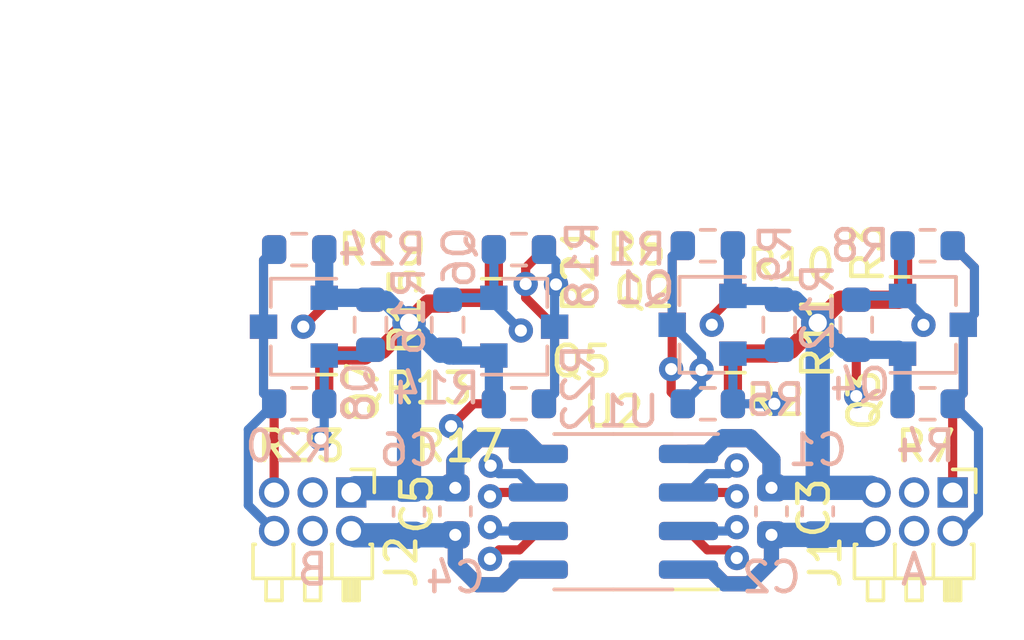
<source format=kicad_pcb>
(kicad_pcb (version 20171130) (host pcbnew "(5.1.10)-1")

  (general
    (thickness 1.6)
    (drawings 17)
    (tracks 310)
    (zones 0)
    (modules 42)
    (nets 21)
  )

  (page A4)
  (layers
    (0 F.Cu signal)
    (1 In1.Cu signal)
    (2 In2.Cu signal)
    (31 B.Cu signal)
    (32 B.Adhes user)
    (33 F.Adhes user)
    (34 B.Paste user)
    (35 F.Paste user)
    (36 B.SilkS user)
    (37 F.SilkS user)
    (38 B.Mask user)
    (39 F.Mask user)
    (40 Dwgs.User user)
    (41 Cmts.User user)
    (42 Eco1.User user)
    (43 Eco2.User user)
    (44 Edge.Cuts user)
    (45 Margin user)
    (46 B.CrtYd user)
    (47 F.CrtYd user)
    (48 B.Fab user)
    (49 F.Fab user)
  )

  (setup
    (last_trace_width 0.25)
    (user_trace_width 0.25)
    (user_trace_width 0.3)
    (user_trace_width 0.4)
    (user_trace_width 0.5)
    (user_trace_width 0.6)
    (user_trace_width 0.7)
    (user_trace_width 0.8)
    (user_trace_width 1)
    (user_trace_width 1.2)
    (user_trace_width 1.4)
    (user_trace_width 2)
    (trace_clearance 0.2)
    (zone_clearance 0.254)
    (zone_45_only yes)
    (trace_min 0.2)
    (via_size 0.8)
    (via_drill 0.4)
    (via_min_size 0.4)
    (via_min_drill 0.3)
    (user_via 1 0.5)
    (user_via 1.1 0.6)
    (user_via 1.2 0.7)
    (user_via 1.6 1)
    (user_via 1.8 1.2)
    (user_via 2 1.4)
    (user_via 2.4 1.8)
    (uvia_size 0.3)
    (uvia_drill 0.1)
    (uvias_allowed no)
    (uvia_min_size 0.2)
    (uvia_min_drill 0.1)
    (edge_width 0.1)
    (segment_width 0.2)
    (pcb_text_width 0.3)
    (pcb_text_size 1.5 1.5)
    (mod_edge_width 0.15)
    (mod_text_size 1 1)
    (mod_text_width 0.15)
    (pad_size 1.7 1.7)
    (pad_drill 1)
    (pad_to_mask_clearance 0)
    (aux_axis_origin 66.5 61.5)
    (grid_origin 66.5 61.5)
    (visible_elements 7FFFFFFF)
    (pcbplotparams
      (layerselection 0x010fc_ffffffff)
      (usegerberextensions false)
      (usegerberattributes true)
      (usegerberadvancedattributes true)
      (creategerberjobfile true)
      (excludeedgelayer true)
      (linewidth 0.020000)
      (plotframeref false)
      (viasonmask false)
      (mode 1)
      (useauxorigin false)
      (hpglpennumber 1)
      (hpglpenspeed 20)
      (hpglpendiameter 15.000000)
      (psnegative false)
      (psa4output false)
      (plotreference true)
      (plotvalue true)
      (plotinvisibletext false)
      (padsonsilk false)
      (subtractmaskfromsilk true)
      (outputformat 1)
      (mirror false)
      (drillshape 0)
      (scaleselection 1)
      (outputdirectory "Gerbers/"))
  )

  (net 0 "")
  (net 1 VCC)
  (net 2 GND)
  (net 3 VCCQ)
  (net 4 GND2)
  (net 5 /inb)
  (net 6 /outa)
  (net 7 /SCL)
  (net 8 /SDA)
  (net 9 /outb)
  (net 10 /ina)
  (net 11 /SCLq)
  (net 12 /SDAq)
  (net 13 "Net-(Q1-Pad2)")
  (net 14 "Net-(Q2-Pad2)")
  (net 15 "Net-(Q3-Pad2)")
  (net 16 "Net-(Q4-Pad2)")
  (net 17 "Net-(Q5-Pad2)")
  (net 18 "Net-(Q6-Pad2)")
  (net 19 "Net-(Q7-Pad2)")
  (net 20 "Net-(Q8-Pad2)")

  (net_class Default "Это класс цепей по умолчанию."
    (clearance 0.2)
    (trace_width 0.25)
    (via_dia 0.8)
    (via_drill 0.4)
    (uvia_dia 0.3)
    (uvia_drill 0.1)
    (add_net /SCL)
    (add_net /SCLq)
    (add_net /SDA)
    (add_net /SDAq)
    (add_net /ina)
    (add_net /inb)
    (add_net /outa)
    (add_net /outb)
    (add_net GND)
    (add_net GND2)
    (add_net "Net-(Q1-Pad2)")
    (add_net "Net-(Q2-Pad2)")
    (add_net "Net-(Q3-Pad2)")
    (add_net "Net-(Q4-Pad2)")
    (add_net "Net-(Q5-Pad2)")
    (add_net "Net-(Q6-Pad2)")
    (add_net "Net-(Q7-Pad2)")
    (add_net "Net-(Q8-Pad2)")
    (add_net VCC)
    (add_net VCCQ)
  )

  (net_class Digital ""
    (clearance 0.2)
    (trace_width 0.3)
    (via_dia 0.8)
    (via_drill 0.4)
    (uvia_dia 0.3)
    (uvia_drill 0.1)
    (diff_pair_width 0.2)
    (diff_pair_gap 0.3)
  )

  (module Modules:PinHeader_2x03_P1.27mm_Horizontal_short (layer F.Cu) (tedit 61E627B6) (tstamp 61BCBE7A)
    (at 90.176 70.444 270)
    (descr "Through hole angled pin header, 2x03, 1.27mm pitch, 4.0mm pin length, double rows")
    (tags "Through hole angled pin header THT 2x03 1.27mm double row")
    (path /61C0028A)
    (fp_text reference J1 (at 2.286 4.191 90) (layer F.SilkS)
      (effects (font (size 1 1) (thickness 0.15)))
    )
    (fp_text value A (at 3.0675 4.175 90) (layer F.Fab)
      (effects (font (size 1 1) (thickness 0.15)))
    )
    (fp_line (start 2.02 -0.635) (end 2.77 -0.635) (layer F.Fab) (width 0.1))
    (fp_line (start 2.77 -0.635) (end 2.77 3.175) (layer F.Fab) (width 0.1))
    (fp_line (start 2.77 3.175) (end 1.77 3.175) (layer F.Fab) (width 0.1))
    (fp_line (start 1.77 3.175) (end 1.77 -0.385) (layer F.Fab) (width 0.1))
    (fp_line (start 1.77 -0.385) (end 2.02 -0.635) (layer F.Fab) (width 0.1))
    (fp_line (start -0.2 -0.2) (end 1.77 -0.2) (layer F.Fab) (width 0.1))
    (fp_line (start -0.2 -0.2) (end -0.2 0.2) (layer F.Fab) (width 0.1))
    (fp_line (start -0.2 0.2) (end 1.77 0.2) (layer F.Fab) (width 0.1))
    (fp_line (start 2.77 -0.2) (end 3.4925 -0.2) (layer F.Fab) (width 0.1))
    (fp_line (start 3.4925 -0.2) (end 3.4925 0.2) (layer F.Fab) (width 0.1))
    (fp_line (start 2.77 0.2) (end 3.4925 0.2) (layer F.Fab) (width 0.1))
    (fp_line (start -0.2 1.07) (end 1.77 1.07) (layer F.Fab) (width 0.1))
    (fp_line (start -0.2 1.07) (end -0.2 1.47) (layer F.Fab) (width 0.1))
    (fp_line (start -0.2 1.47) (end 1.77 1.47) (layer F.Fab) (width 0.1))
    (fp_line (start 2.77 1.07) (end 3.4925 1.07) (layer F.Fab) (width 0.1))
    (fp_line (start 3.4925 1.07) (end 3.4925 1.47) (layer F.Fab) (width 0.1))
    (fp_line (start 2.77 1.47) (end 3.4925 1.47) (layer F.Fab) (width 0.1))
    (fp_line (start -0.2 2.34) (end 1.77 2.34) (layer F.Fab) (width 0.1))
    (fp_line (start -0.2 2.34) (end -0.2 2.74) (layer F.Fab) (width 0.1))
    (fp_line (start -0.2 2.74) (end 1.77 2.74) (layer F.Fab) (width 0.1))
    (fp_line (start 2.77 2.34) (end 3.4925 2.34) (layer F.Fab) (width 0.1))
    (fp_line (start 3.4925 2.34) (end 3.4925 2.74) (layer F.Fab) (width 0.1))
    (fp_line (start 2.77 2.74) (end 3.4925 2.74) (layer F.Fab) (width 0.1))
    (fp_line (start 1.71 -0.619677) (end 1.71 -0.695) (layer F.SilkS) (width 0.12))
    (fp_line (start 1.71 -0.695) (end 2.83 -0.695) (layer F.SilkS) (width 0.12))
    (fp_line (start 2.83 -0.695) (end 2.83 3.235) (layer F.SilkS) (width 0.12))
    (fp_line (start 2.83 3.235) (end 1.71 3.235) (layer F.SilkS) (width 0.12))
    (fp_line (start 1.71 3.235) (end 1.71 3.159677) (layer F.SilkS) (width 0.12))
    (fp_line (start 2.83 -0.26) (end 3.556 -0.26) (layer F.SilkS) (width 0.12))
    (fp_line (start 3.556 -0.26) (end 3.556 0.26) (layer F.SilkS) (width 0.12))
    (fp_line (start 3.556 0.26) (end 2.83 0.26) (layer F.SilkS) (width 0.12))
    (fp_line (start 2.83 -0.2) (end 3.556 -0.2) (layer F.SilkS) (width 0.12))
    (fp_line (start 2.83 -0.08) (end 3.556 -0.08) (layer F.SilkS) (width 0.12))
    (fp_line (start 2.83 0.04) (end 3.556 0.04) (layer F.SilkS) (width 0.12))
    (fp_line (start 2.83 0.16) (end 3.556 0.16) (layer F.SilkS) (width 0.12))
    (fp_line (start 1.71 0.635) (end 2.83 0.635) (layer F.SilkS) (width 0.12))
    (fp_line (start 1.71 0.619677) (end 1.71 0.650323) (layer F.SilkS) (width 0.12))
    (fp_line (start 2.83 1.01) (end 3.556 1.01) (layer F.SilkS) (width 0.12))
    (fp_line (start 3.556 1.01) (end 3.556 1.53) (layer F.SilkS) (width 0.12))
    (fp_line (start 3.556 1.53) (end 2.83 1.53) (layer F.SilkS) (width 0.12))
    (fp_line (start 1.71 1.905) (end 2.83 1.905) (layer F.SilkS) (width 0.12))
    (fp_line (start 1.71 1.889677) (end 1.71 1.920323) (layer F.SilkS) (width 0.12))
    (fp_line (start 2.83 2.28) (end 3.556 2.28) (layer F.SilkS) (width 0.12))
    (fp_line (start 3.556 2.286) (end 3.556 2.806) (layer F.SilkS) (width 0.12))
    (fp_line (start 3.556 2.806) (end 2.83 2.8) (layer F.SilkS) (width 0.12))
    (fp_line (start -0.76 0) (end -0.76 -0.76) (layer F.SilkS) (width 0.12))
    (fp_line (start -0.76 -0.76) (end 0 -0.76) (layer F.SilkS) (width 0.12))
    (fp_line (start -1.15 -1.15) (end -1.15 3.7) (layer F.CrtYd) (width 0.05))
    (fp_line (start -1.15 3.7) (end 4.064 3.7) (layer F.CrtYd) (width 0.05))
    (fp_line (start 4.064 3.7) (end 4.064 -1.15) (layer F.CrtYd) (width 0.05))
    (fp_line (start 4.064 -1.15) (end -1.15 -1.15) (layer F.CrtYd) (width 0.05))
    (fp_text user %R (at 2.27 1.27) (layer F.Fab)
      (effects (font (size 0.6 0.6) (thickness 0.09)))
    )
    (pad 6 thru_hole oval (at 1.27 2.54 270) (size 1 1) (drill 0.65) (layers *.Cu *.Mask)
      (net 2 GND))
    (pad 5 thru_hole oval (at 0 2.54 270) (size 1 1) (drill 0.65) (layers *.Cu *.Mask)
      (net 1 VCC))
    (pad 4 thru_hole oval (at 1.27 1.27 270) (size 1 1) (drill 0.65) (layers *.Cu *.Mask)
      (net 7 /SCL))
    (pad 3 thru_hole oval (at 0 1.27 270) (size 1 1) (drill 0.65) (layers *.Cu *.Mask)
      (net 8 /SDA))
    (pad 2 thru_hole oval (at 1.27 0 270) (size 1 1) (drill 0.65) (layers *.Cu *.Mask)
      (net 9 /outb))
    (pad 1 thru_hole rect (at 0 0 270) (size 1 1) (drill 0.65) (layers *.Cu *.Mask)
      (net 10 /ina))
    (model ${KISYS3DMOD}/Connector_PinHeader_1.27mm.3dshapes/PinHeader_2x03_P1.27mm_Horizontal.wrl
      (at (xyz 0 0 0))
      (scale (xyz 1 1 1))
      (rotate (xyz 0 0 0))
    )
  )

  (module Modules:PinHeader_2x03_P1.27mm_Horizontal_short (layer F.Cu) (tedit 61E627B6) (tstamp 61BCBEA9)
    (at 70.364 70.444 270)
    (descr "Through hole angled pin header, 2x03, 1.27mm pitch, 4.0mm pin length, double rows")
    (tags "Through hole angled pin header THT 2x03 1.27mm double row")
    (path /61EB6627)
    (fp_text reference J2 (at 2.286 -1.651 90) (layer F.SilkS)
      (effects (font (size 1 1) (thickness 0.15)))
    )
    (fp_text value B (at 3.0675 4.175 90) (layer F.Fab)
      (effects (font (size 1 1) (thickness 0.15)))
    )
    (fp_line (start 2.02 -0.635) (end 2.77 -0.635) (layer F.Fab) (width 0.1))
    (fp_line (start 2.77 -0.635) (end 2.77 3.175) (layer F.Fab) (width 0.1))
    (fp_line (start 2.77 3.175) (end 1.77 3.175) (layer F.Fab) (width 0.1))
    (fp_line (start 1.77 3.175) (end 1.77 -0.385) (layer F.Fab) (width 0.1))
    (fp_line (start 1.77 -0.385) (end 2.02 -0.635) (layer F.Fab) (width 0.1))
    (fp_line (start -0.2 -0.2) (end 1.77 -0.2) (layer F.Fab) (width 0.1))
    (fp_line (start -0.2 -0.2) (end -0.2 0.2) (layer F.Fab) (width 0.1))
    (fp_line (start -0.2 0.2) (end 1.77 0.2) (layer F.Fab) (width 0.1))
    (fp_line (start 2.77 -0.2) (end 3.4925 -0.2) (layer F.Fab) (width 0.1))
    (fp_line (start 3.4925 -0.2) (end 3.4925 0.2) (layer F.Fab) (width 0.1))
    (fp_line (start 2.77 0.2) (end 3.4925 0.2) (layer F.Fab) (width 0.1))
    (fp_line (start -0.2 1.07) (end 1.77 1.07) (layer F.Fab) (width 0.1))
    (fp_line (start -0.2 1.07) (end -0.2 1.47) (layer F.Fab) (width 0.1))
    (fp_line (start -0.2 1.47) (end 1.77 1.47) (layer F.Fab) (width 0.1))
    (fp_line (start 2.77 1.07) (end 3.4925 1.07) (layer F.Fab) (width 0.1))
    (fp_line (start 3.4925 1.07) (end 3.4925 1.47) (layer F.Fab) (width 0.1))
    (fp_line (start 2.77 1.47) (end 3.4925 1.47) (layer F.Fab) (width 0.1))
    (fp_line (start -0.2 2.34) (end 1.77 2.34) (layer F.Fab) (width 0.1))
    (fp_line (start -0.2 2.34) (end -0.2 2.74) (layer F.Fab) (width 0.1))
    (fp_line (start -0.2 2.74) (end 1.77 2.74) (layer F.Fab) (width 0.1))
    (fp_line (start 2.77 2.34) (end 3.4925 2.34) (layer F.Fab) (width 0.1))
    (fp_line (start 3.4925 2.34) (end 3.4925 2.74) (layer F.Fab) (width 0.1))
    (fp_line (start 2.77 2.74) (end 3.4925 2.74) (layer F.Fab) (width 0.1))
    (fp_line (start 1.71 -0.619677) (end 1.71 -0.695) (layer F.SilkS) (width 0.12))
    (fp_line (start 1.71 -0.695) (end 2.83 -0.695) (layer F.SilkS) (width 0.12))
    (fp_line (start 2.83 -0.695) (end 2.83 3.235) (layer F.SilkS) (width 0.12))
    (fp_line (start 2.83 3.235) (end 1.71 3.235) (layer F.SilkS) (width 0.12))
    (fp_line (start 1.71 3.235) (end 1.71 3.159677) (layer F.SilkS) (width 0.12))
    (fp_line (start 2.83 -0.26) (end 3.556 -0.26) (layer F.SilkS) (width 0.12))
    (fp_line (start 3.556 -0.26) (end 3.556 0.26) (layer F.SilkS) (width 0.12))
    (fp_line (start 3.556 0.26) (end 2.83 0.26) (layer F.SilkS) (width 0.12))
    (fp_line (start 2.83 -0.2) (end 3.556 -0.2) (layer F.SilkS) (width 0.12))
    (fp_line (start 2.83 -0.08) (end 3.556 -0.08) (layer F.SilkS) (width 0.12))
    (fp_line (start 2.83 0.04) (end 3.556 0.04) (layer F.SilkS) (width 0.12))
    (fp_line (start 2.83 0.16) (end 3.556 0.16) (layer F.SilkS) (width 0.12))
    (fp_line (start 1.71 0.635) (end 2.83 0.635) (layer F.SilkS) (width 0.12))
    (fp_line (start 1.71 0.619677) (end 1.71 0.650323) (layer F.SilkS) (width 0.12))
    (fp_line (start 2.83 1.01) (end 3.556 1.01) (layer F.SilkS) (width 0.12))
    (fp_line (start 3.556 1.01) (end 3.556 1.53) (layer F.SilkS) (width 0.12))
    (fp_line (start 3.556 1.53) (end 2.83 1.53) (layer F.SilkS) (width 0.12))
    (fp_line (start 1.71 1.905) (end 2.83 1.905) (layer F.SilkS) (width 0.12))
    (fp_line (start 1.71 1.889677) (end 1.71 1.920323) (layer F.SilkS) (width 0.12))
    (fp_line (start 2.83 2.28) (end 3.556 2.28) (layer F.SilkS) (width 0.12))
    (fp_line (start 3.556 2.286) (end 3.556 2.806) (layer F.SilkS) (width 0.12))
    (fp_line (start 3.556 2.806) (end 2.83 2.8) (layer F.SilkS) (width 0.12))
    (fp_line (start -0.76 0) (end -0.76 -0.76) (layer F.SilkS) (width 0.12))
    (fp_line (start -0.76 -0.76) (end 0 -0.76) (layer F.SilkS) (width 0.12))
    (fp_line (start -1.15 -1.15) (end -1.15 3.7) (layer F.CrtYd) (width 0.05))
    (fp_line (start -1.15 3.7) (end 4.064 3.7) (layer F.CrtYd) (width 0.05))
    (fp_line (start 4.064 3.7) (end 4.064 -1.15) (layer F.CrtYd) (width 0.05))
    (fp_line (start 4.064 -1.15) (end -1.15 -1.15) (layer F.CrtYd) (width 0.05))
    (fp_text user %R (at 2.27 1.27) (layer F.Fab)
      (effects (font (size 0.6 0.6) (thickness 0.09)))
    )
    (pad 6 thru_hole oval (at 1.27 2.54 270) (size 1 1) (drill 0.65) (layers *.Cu *.Mask)
      (net 5 /inb))
    (pad 5 thru_hole oval (at 0 2.54 270) (size 1 1) (drill 0.65) (layers *.Cu *.Mask)
      (net 6 /outa))
    (pad 4 thru_hole oval (at 1.27 1.27 270) (size 1 1) (drill 0.65) (layers *.Cu *.Mask)
      (net 11 /SCLq))
    (pad 3 thru_hole oval (at 0 1.27 270) (size 1 1) (drill 0.65) (layers *.Cu *.Mask)
      (net 12 /SDAq))
    (pad 2 thru_hole oval (at 1.27 0 270) (size 1 1) (drill 0.65) (layers *.Cu *.Mask)
      (net 4 GND2))
    (pad 1 thru_hole rect (at 0 0 270) (size 1 1) (drill 0.65) (layers *.Cu *.Mask)
      (net 3 VCCQ))
    (model ${KISYS3DMOD}/Connector_PinHeader_1.27mm.3dshapes/PinHeader_2x03_P1.27mm_Horizontal.wrl
      (at (xyz 0 0 0))
      (scale (xyz 1 1 1))
      (rotate (xyz 0 0 0))
    )
  )

  (module Package_SO:SOIC-8_3.9x4.9mm_P1.27mm (layer F.Cu) (tedit 5D9F72B1) (tstamp 61BCC11D)
    (at 79 71.079 180)
    (descr "SOIC, 8 Pin (JEDEC MS-012AA, https://www.analog.com/media/en/package-pcb-resources/package/pkg_pdf/soic_narrow-r/r_8.pdf), generated with kicad-footprint-generator ipc_gullwing_generator.py")
    (tags "SOIC SO")
    (path /666C9B3E)
    (attr smd)
    (fp_text reference U2 (at 0 3.302) (layer F.SilkS)
      (effects (font (size 1 1) (thickness 0.15)))
    )
    (fp_text value ADuM1201AR (at 0 3.4) (layer F.Fab)
      (effects (font (size 1 1) (thickness 0.15)))
    )
    (fp_line (start 3.7 -2.7) (end -3.7 -2.7) (layer F.CrtYd) (width 0.05))
    (fp_line (start 3.7 2.7) (end 3.7 -2.7) (layer F.CrtYd) (width 0.05))
    (fp_line (start -3.7 2.7) (end 3.7 2.7) (layer F.CrtYd) (width 0.05))
    (fp_line (start -3.7 -2.7) (end -3.7 2.7) (layer F.CrtYd) (width 0.05))
    (fp_line (start -1.95 -1.475) (end -0.975 -2.45) (layer F.Fab) (width 0.1))
    (fp_line (start -1.95 2.45) (end -1.95 -1.475) (layer F.Fab) (width 0.1))
    (fp_line (start 1.95 2.45) (end -1.95 2.45) (layer F.Fab) (width 0.1))
    (fp_line (start 1.95 -2.45) (end 1.95 2.45) (layer F.Fab) (width 0.1))
    (fp_line (start -0.975 -2.45) (end 1.95 -2.45) (layer F.Fab) (width 0.1))
    (fp_line (start 0 -2.56) (end -3.45 -2.56) (layer F.SilkS) (width 0.12))
    (fp_line (start 0 -2.56) (end 1.95 -2.56) (layer F.SilkS) (width 0.12))
    (fp_line (start 0 2.56) (end -1.95 2.56) (layer F.SilkS) (width 0.12))
    (fp_line (start 0 2.56) (end 1.95 2.56) (layer F.SilkS) (width 0.12))
    (fp_text user %R (at 0 0) (layer F.Fab)
      (effects (font (size 0.98 0.98) (thickness 0.15)))
    )
    (pad 8 smd roundrect (at 2.475 -1.905 180) (size 1.95 0.6) (layers F.Cu F.Paste F.Mask) (roundrect_rratio 0.25)
      (net 4 GND2))
    (pad 7 smd roundrect (at 2.475 -0.635 180) (size 1.95 0.6) (layers F.Cu F.Paste F.Mask) (roundrect_rratio 0.25)
      (net 20 "Net-(Q8-Pad2)"))
    (pad 6 smd roundrect (at 2.475 0.635 180) (size 1.95 0.6) (layers F.Cu F.Paste F.Mask) (roundrect_rratio 0.25)
      (net 19 "Net-(Q7-Pad2)"))
    (pad 5 smd roundrect (at 2.475 1.905 180) (size 1.95 0.6) (layers F.Cu F.Paste F.Mask) (roundrect_rratio 0.25)
      (net 3 VCCQ))
    (pad 4 smd roundrect (at -2.475 1.905 180) (size 1.95 0.6) (layers F.Cu F.Paste F.Mask) (roundrect_rratio 0.25)
      (net 1 VCC))
    (pad 3 smd roundrect (at -2.475 0.635 180) (size 1.95 0.6) (layers F.Cu F.Paste F.Mask) (roundrect_rratio 0.25)
      (net 15 "Net-(Q3-Pad2)"))
    (pad 2 smd roundrect (at -2.475 -0.635 180) (size 1.95 0.6) (layers F.Cu F.Paste F.Mask) (roundrect_rratio 0.25)
      (net 16 "Net-(Q4-Pad2)"))
    (pad 1 smd roundrect (at -2.475 -1.905 180) (size 1.95 0.6) (layers F.Cu F.Paste F.Mask) (roundrect_rratio 0.25)
      (net 2 GND))
    (model ${KISYS3DMOD}/Package_SO.3dshapes/SOIC-8_3.9x4.9mm_P1.27mm.wrl
      (at (xyz 0 0 0))
      (scale (xyz 1 1 1))
      (rotate (xyz 0 0 0))
    )
  )

  (module Package_SO:SOIC-8_3.9x4.9mm_P1.27mm (layer B.Cu) (tedit 5D9F72B1) (tstamp 61BCC103)
    (at 79 71.079 180)
    (descr "SOIC, 8 Pin (JEDEC MS-012AA, https://www.analog.com/media/en/package-pcb-resources/package/pkg_pdf/soic_narrow-r/r_8.pdf), generated with kicad-footprint-generator ipc_gullwing_generator.py")
    (tags "SOIC SO")
    (path /65156AA4)
    (attr smd)
    (fp_text reference U1 (at -0.508 3.302 180) (layer B.SilkS)
      (effects (font (size 1 1) (thickness 0.15)) (justify mirror))
    )
    (fp_text value ADuM1251ARZ (at 0 -3.4) (layer B.Fab)
      (effects (font (size 1 1) (thickness 0.15)) (justify mirror))
    )
    (fp_line (start 3.7 2.7) (end -3.7 2.7) (layer B.CrtYd) (width 0.05))
    (fp_line (start 3.7 -2.7) (end 3.7 2.7) (layer B.CrtYd) (width 0.05))
    (fp_line (start -3.7 -2.7) (end 3.7 -2.7) (layer B.CrtYd) (width 0.05))
    (fp_line (start -3.7 2.7) (end -3.7 -2.7) (layer B.CrtYd) (width 0.05))
    (fp_line (start -1.95 1.475) (end -0.975 2.45) (layer B.Fab) (width 0.1))
    (fp_line (start -1.95 -2.45) (end -1.95 1.475) (layer B.Fab) (width 0.1))
    (fp_line (start 1.95 -2.45) (end -1.95 -2.45) (layer B.Fab) (width 0.1))
    (fp_line (start 1.95 2.45) (end 1.95 -2.45) (layer B.Fab) (width 0.1))
    (fp_line (start -0.975 2.45) (end 1.95 2.45) (layer B.Fab) (width 0.1))
    (fp_line (start 0 2.56) (end -3.45 2.56) (layer B.SilkS) (width 0.12))
    (fp_line (start 0 2.56) (end 1.95 2.56) (layer B.SilkS) (width 0.12))
    (fp_line (start 0 -2.56) (end -1.95 -2.56) (layer B.SilkS) (width 0.12))
    (fp_line (start 0 -2.56) (end 1.95 -2.56) (layer B.SilkS) (width 0.12))
    (fp_text user %R (at 0 0) (layer B.Fab)
      (effects (font (size 0.98 0.98) (thickness 0.15)) (justify mirror))
    )
    (pad 8 smd roundrect (at 2.475 1.905 180) (size 1.95 0.6) (layers B.Cu B.Paste B.Mask) (roundrect_rratio 0.25)
      (net 3 VCCQ))
    (pad 7 smd roundrect (at 2.475 0.635 180) (size 1.95 0.6) (layers B.Cu B.Paste B.Mask) (roundrect_rratio 0.25)
      (net 17 "Net-(Q5-Pad2)"))
    (pad 6 smd roundrect (at 2.475 -0.635 180) (size 1.95 0.6) (layers B.Cu B.Paste B.Mask) (roundrect_rratio 0.25)
      (net 18 "Net-(Q6-Pad2)"))
    (pad 5 smd roundrect (at 2.475 -1.905 180) (size 1.95 0.6) (layers B.Cu B.Paste B.Mask) (roundrect_rratio 0.25)
      (net 4 GND2))
    (pad 4 smd roundrect (at -2.475 -1.905 180) (size 1.95 0.6) (layers B.Cu B.Paste B.Mask) (roundrect_rratio 0.25)
      (net 2 GND))
    (pad 3 smd roundrect (at -2.475 -0.635 180) (size 1.95 0.6) (layers B.Cu B.Paste B.Mask) (roundrect_rratio 0.25)
      (net 14 "Net-(Q2-Pad2)"))
    (pad 2 smd roundrect (at -2.475 0.635 180) (size 1.95 0.6) (layers B.Cu B.Paste B.Mask) (roundrect_rratio 0.25)
      (net 13 "Net-(Q1-Pad2)"))
    (pad 1 smd roundrect (at -2.475 1.905 180) (size 1.95 0.6) (layers B.Cu B.Paste B.Mask) (roundrect_rratio 0.25)
      (net 1 VCC))
    (model ${KISYS3DMOD}/Package_SO.3dshapes/SOIC-8_3.9x4.9mm_P1.27mm.wrl
      (at (xyz 0 0 0))
      (scale (xyz 1 1 1))
      (rotate (xyz 0 0 0))
    )
  )

  (module Resistor_SMD:R_0603_1608Metric (layer B.Cu) (tedit 5F68FEEE) (tstamp 61BCC0E9)
    (at 68.65 62.443)
    (descr "Resistor SMD 0603 (1608 Metric), square (rectangular) end terminal, IPC_7351 nominal, (Body size source: IPC-SM-782 page 72, https://www.pcb-3d.com/wordpress/wp-content/uploads/ipc-sm-782a_amendment_1_and_2.pdf), generated with kicad-footprint-generator")
    (tags resistor)
    (path /61EA9390)
    (attr smd)
    (fp_text reference R24 (at 2.73 0) (layer B.SilkS)
      (effects (font (size 1 1) (thickness 0.15)) (justify mirror))
    )
    (fp_text value 2.2M (at 0 -1.43) (layer B.Fab)
      (effects (font (size 1 1) (thickness 0.15)) (justify mirror))
    )
    (fp_line (start 1.48 -0.73) (end -1.48 -0.73) (layer B.CrtYd) (width 0.05))
    (fp_line (start 1.48 0.73) (end 1.48 -0.73) (layer B.CrtYd) (width 0.05))
    (fp_line (start -1.48 0.73) (end 1.48 0.73) (layer B.CrtYd) (width 0.05))
    (fp_line (start -1.48 -0.73) (end -1.48 0.73) (layer B.CrtYd) (width 0.05))
    (fp_line (start -0.237258 -0.5225) (end 0.237258 -0.5225) (layer B.SilkS) (width 0.12))
    (fp_line (start -0.237258 0.5225) (end 0.237258 0.5225) (layer B.SilkS) (width 0.12))
    (fp_line (start 0.8 -0.4125) (end -0.8 -0.4125) (layer B.Fab) (width 0.1))
    (fp_line (start 0.8 0.4125) (end 0.8 -0.4125) (layer B.Fab) (width 0.1))
    (fp_line (start -0.8 0.4125) (end 0.8 0.4125) (layer B.Fab) (width 0.1))
    (fp_line (start -0.8 -0.4125) (end -0.8 0.4125) (layer B.Fab) (width 0.1))
    (fp_text user %R (at 0 0) (layer B.Fab)
      (effects (font (size 0.4 0.4) (thickness 0.06)) (justify mirror))
    )
    (pad 2 smd roundrect (at 0.825 0) (size 0.8 0.95) (layers B.Cu B.Paste B.Mask) (roundrect_rratio 0.25)
      (net 3 VCCQ))
    (pad 1 smd roundrect (at -0.825 0) (size 0.8 0.95) (layers B.Cu B.Paste B.Mask) (roundrect_rratio 0.25)
      (net 5 /inb))
    (model ${KISYS3DMOD}/Resistor_SMD.3dshapes/R_0603_1608Metric.wrl
      (at (xyz 0 0 0))
      (scale (xyz 1 1 1))
      (rotate (xyz 0 0 0))
    )
  )

  (module Resistor_SMD:R_0603_1608Metric (layer F.Cu) (tedit 5F68FEEE) (tstamp 61BCC0D8)
    (at 68.65 67.523)
    (descr "Resistor SMD 0603 (1608 Metric), square (rectangular) end terminal, IPC_7351 nominal, (Body size source: IPC-SM-782 page 72, https://www.pcb-3d.com/wordpress/wp-content/uploads/ipc-sm-782a_amendment_1_and_2.pdf), generated with kicad-footprint-generator")
    (tags resistor)
    (path /61EA93B0)
    (attr smd)
    (fp_text reference R23 (at 0.063 1.397) (layer F.SilkS)
      (effects (font (size 1 1) (thickness 0.15)))
    )
    (fp_text value 2.2M (at 0 1.43) (layer F.Fab)
      (effects (font (size 1 1) (thickness 0.15)))
    )
    (fp_line (start -0.8 0.4125) (end -0.8 -0.4125) (layer F.Fab) (width 0.1))
    (fp_line (start -0.8 -0.4125) (end 0.8 -0.4125) (layer F.Fab) (width 0.1))
    (fp_line (start 0.8 -0.4125) (end 0.8 0.4125) (layer F.Fab) (width 0.1))
    (fp_line (start 0.8 0.4125) (end -0.8 0.4125) (layer F.Fab) (width 0.1))
    (fp_line (start -0.237258 -0.5225) (end 0.237258 -0.5225) (layer F.SilkS) (width 0.12))
    (fp_line (start -0.237258 0.5225) (end 0.237258 0.5225) (layer F.SilkS) (width 0.12))
    (fp_line (start -1.48 0.73) (end -1.48 -0.73) (layer F.CrtYd) (width 0.05))
    (fp_line (start -1.48 -0.73) (end 1.48 -0.73) (layer F.CrtYd) (width 0.05))
    (fp_line (start 1.48 -0.73) (end 1.48 0.73) (layer F.CrtYd) (width 0.05))
    (fp_line (start 1.48 0.73) (end -1.48 0.73) (layer F.CrtYd) (width 0.05))
    (fp_text user %R (at 0 0) (layer F.Fab)
      (effects (font (size 0.4 0.4) (thickness 0.06)))
    )
    (pad 1 smd roundrect (at -0.825 0) (size 0.8 0.95) (layers F.Cu F.Paste F.Mask) (roundrect_rratio 0.25)
      (net 6 /outa))
    (pad 2 smd roundrect (at 0.825 0) (size 0.8 0.95) (layers F.Cu F.Paste F.Mask) (roundrect_rratio 0.25)
      (net 3 VCCQ))
    (model ${KISYS3DMOD}/Resistor_SMD.3dshapes/R_0603_1608Metric.wrl
      (at (xyz 0 0 0))
      (scale (xyz 1 1 1))
      (rotate (xyz 0 0 0))
    )
  )

  (module Resistor_SMD:R_0603_1608Metric (layer B.Cu) (tedit 5F68FEEE) (tstamp 61BCC0C7)
    (at 75.888 67.523 180)
    (descr "Resistor SMD 0603 (1608 Metric), square (rectangular) end terminal, IPC_7351 nominal, (Body size source: IPC-SM-782 page 72, https://www.pcb-3d.com/wordpress/wp-content/uploads/ipc-sm-782a_amendment_1_and_2.pdf), generated with kicad-footprint-generator")
    (tags resistor)
    (path /61A84CC1)
    (attr smd)
    (fp_text reference R22 (at -1.969 0.508 90) (layer B.SilkS)
      (effects (font (size 1 1) (thickness 0.15)) (justify mirror))
    )
    (fp_text value 2.2M (at 0 -1.43) (layer B.Fab)
      (effects (font (size 1 1) (thickness 0.15)) (justify mirror))
    )
    (fp_line (start 1.48 -0.73) (end -1.48 -0.73) (layer B.CrtYd) (width 0.05))
    (fp_line (start 1.48 0.73) (end 1.48 -0.73) (layer B.CrtYd) (width 0.05))
    (fp_line (start -1.48 0.73) (end 1.48 0.73) (layer B.CrtYd) (width 0.05))
    (fp_line (start -1.48 -0.73) (end -1.48 0.73) (layer B.CrtYd) (width 0.05))
    (fp_line (start -0.237258 -0.5225) (end 0.237258 -0.5225) (layer B.SilkS) (width 0.12))
    (fp_line (start -0.237258 0.5225) (end 0.237258 0.5225) (layer B.SilkS) (width 0.12))
    (fp_line (start 0.8 -0.4125) (end -0.8 -0.4125) (layer B.Fab) (width 0.1))
    (fp_line (start 0.8 0.4125) (end 0.8 -0.4125) (layer B.Fab) (width 0.1))
    (fp_line (start -0.8 0.4125) (end 0.8 0.4125) (layer B.Fab) (width 0.1))
    (fp_line (start -0.8 -0.4125) (end -0.8 0.4125) (layer B.Fab) (width 0.1))
    (fp_text user %R (at 0 0) (layer B.Fab)
      (effects (font (size 0.4 0.4) (thickness 0.06)) (justify mirror))
    )
    (pad 2 smd roundrect (at 0.825 0 180) (size 0.8 0.95) (layers B.Cu B.Paste B.Mask) (roundrect_rratio 0.25)
      (net 3 VCCQ))
    (pad 1 smd roundrect (at -0.825 0 180) (size 0.8 0.95) (layers B.Cu B.Paste B.Mask) (roundrect_rratio 0.25)
      (net 11 /SCLq))
    (model ${KISYS3DMOD}/Resistor_SMD.3dshapes/R_0603_1608Metric.wrl
      (at (xyz 0 0 0))
      (scale (xyz 1 1 1))
      (rotate (xyz 0 0 0))
    )
  )

  (module Resistor_SMD:R_0603_1608Metric (layer F.Cu) (tedit 5F68FEEE) (tstamp 61BCC0B6)
    (at 75.888 62.443 180)
    (descr "Resistor SMD 0603 (1608 Metric), square (rectangular) end terminal, IPC_7351 nominal, (Body size source: IPC-SM-782 page 72, https://www.pcb-3d.com/wordpress/wp-content/uploads/ipc-sm-782a_amendment_1_and_2.pdf), generated with kicad-footprint-generator")
    (tags resistor)
    (path /61B2835C)
    (attr smd)
    (fp_text reference R21 (at -1.969 -0.635 90) (layer F.SilkS)
      (effects (font (size 1 1) (thickness 0.15)))
    )
    (fp_text value 2.2M (at 0 1.43) (layer F.Fab)
      (effects (font (size 1 1) (thickness 0.15)))
    )
    (fp_line (start 1.48 0.73) (end -1.48 0.73) (layer F.CrtYd) (width 0.05))
    (fp_line (start 1.48 -0.73) (end 1.48 0.73) (layer F.CrtYd) (width 0.05))
    (fp_line (start -1.48 -0.73) (end 1.48 -0.73) (layer F.CrtYd) (width 0.05))
    (fp_line (start -1.48 0.73) (end -1.48 -0.73) (layer F.CrtYd) (width 0.05))
    (fp_line (start -0.237258 0.5225) (end 0.237258 0.5225) (layer F.SilkS) (width 0.12))
    (fp_line (start -0.237258 -0.5225) (end 0.237258 -0.5225) (layer F.SilkS) (width 0.12))
    (fp_line (start 0.8 0.4125) (end -0.8 0.4125) (layer F.Fab) (width 0.1))
    (fp_line (start 0.8 -0.4125) (end 0.8 0.4125) (layer F.Fab) (width 0.1))
    (fp_line (start -0.8 -0.4125) (end 0.8 -0.4125) (layer F.Fab) (width 0.1))
    (fp_line (start -0.8 0.4125) (end -0.8 -0.4125) (layer F.Fab) (width 0.1))
    (fp_text user %R (at 0 0) (layer F.Fab)
      (effects (font (size 0.4 0.4) (thickness 0.06)))
    )
    (pad 2 smd roundrect (at 0.825 0 180) (size 0.8 0.95) (layers F.Cu F.Paste F.Mask) (roundrect_rratio 0.25)
      (net 3 VCCQ))
    (pad 1 smd roundrect (at -0.825 0 180) (size 0.8 0.95) (layers F.Cu F.Paste F.Mask) (roundrect_rratio 0.25)
      (net 12 /SDAq))
    (model ${KISYS3DMOD}/Resistor_SMD.3dshapes/R_0603_1608Metric.wrl
      (at (xyz 0 0 0))
      (scale (xyz 1 1 1))
      (rotate (xyz 0 0 0))
    )
  )

  (module Resistor_SMD:R_0603_1608Metric (layer B.Cu) (tedit 5F68FEEE) (tstamp 61BCC0A5)
    (at 68.65 67.523)
    (descr "Resistor SMD 0603 (1608 Metric), square (rectangular) end terminal, IPC_7351 nominal, (Body size source: IPC-SM-782 page 72, https://www.pcb-3d.com/wordpress/wp-content/uploads/ipc-sm-782a_amendment_1_and_2.pdf), generated with kicad-footprint-generator")
    (tags resistor)
    (path /61DD4281)
    (attr smd)
    (fp_text reference R20 (at -0.318 1.397) (layer B.SilkS)
      (effects (font (size 1 1) (thickness 0.15)) (justify mirror))
    )
    (fp_text value 0 (at 0 -1.43) (layer B.Fab)
      (effects (font (size 1 1) (thickness 0.15)) (justify mirror))
    )
    (fp_line (start 1.48 -0.73) (end -1.48 -0.73) (layer B.CrtYd) (width 0.05))
    (fp_line (start 1.48 0.73) (end 1.48 -0.73) (layer B.CrtYd) (width 0.05))
    (fp_line (start -1.48 0.73) (end 1.48 0.73) (layer B.CrtYd) (width 0.05))
    (fp_line (start -1.48 -0.73) (end -1.48 0.73) (layer B.CrtYd) (width 0.05))
    (fp_line (start -0.237258 -0.5225) (end 0.237258 -0.5225) (layer B.SilkS) (width 0.12))
    (fp_line (start -0.237258 0.5225) (end 0.237258 0.5225) (layer B.SilkS) (width 0.12))
    (fp_line (start 0.8 -0.4125) (end -0.8 -0.4125) (layer B.Fab) (width 0.1))
    (fp_line (start 0.8 0.4125) (end 0.8 -0.4125) (layer B.Fab) (width 0.1))
    (fp_line (start -0.8 0.4125) (end 0.8 0.4125) (layer B.Fab) (width 0.1))
    (fp_line (start -0.8 -0.4125) (end -0.8 0.4125) (layer B.Fab) (width 0.1))
    (fp_text user %R (at 0 0) (layer B.Fab)
      (effects (font (size 0.4 0.4) (thickness 0.06)) (justify mirror))
    )
    (pad 2 smd roundrect (at 0.825 0) (size 0.8 0.95) (layers B.Cu B.Paste B.Mask) (roundrect_rratio 0.25)
      (net 20 "Net-(Q8-Pad2)"))
    (pad 1 smd roundrect (at -0.825 0) (size 0.8 0.95) (layers B.Cu B.Paste B.Mask) (roundrect_rratio 0.25)
      (net 5 /inb))
    (model ${KISYS3DMOD}/Resistor_SMD.3dshapes/R_0603_1608Metric.wrl
      (at (xyz 0 0 0))
      (scale (xyz 1 1 1))
      (rotate (xyz 0 0 0))
    )
  )

  (module Resistor_SMD:R_0603_1608Metric (layer F.Cu) (tedit 5F68FEEE) (tstamp 61BCC094)
    (at 68.649 62.443)
    (descr "Resistor SMD 0603 (1608 Metric), square (rectangular) end terminal, IPC_7351 nominal, (Body size source: IPC-SM-782 page 72, https://www.pcb-3d.com/wordpress/wp-content/uploads/ipc-sm-782a_amendment_1_and_2.pdf), generated with kicad-footprint-generator")
    (tags resistor)
    (path /61D87670)
    (attr smd)
    (fp_text reference R19 (at 2.731 0 180) (layer F.SilkS)
      (effects (font (size 1 1) (thickness 0.15)))
    )
    (fp_text value 0 (at 0 1.43) (layer F.Fab)
      (effects (font (size 1 1) (thickness 0.15)))
    )
    (fp_line (start -0.8 0.4125) (end -0.8 -0.4125) (layer F.Fab) (width 0.1))
    (fp_line (start -0.8 -0.4125) (end 0.8 -0.4125) (layer F.Fab) (width 0.1))
    (fp_line (start 0.8 -0.4125) (end 0.8 0.4125) (layer F.Fab) (width 0.1))
    (fp_line (start 0.8 0.4125) (end -0.8 0.4125) (layer F.Fab) (width 0.1))
    (fp_line (start -0.237258 -0.5225) (end 0.237258 -0.5225) (layer F.SilkS) (width 0.12))
    (fp_line (start -0.237258 0.5225) (end 0.237258 0.5225) (layer F.SilkS) (width 0.12))
    (fp_line (start -1.48 0.73) (end -1.48 -0.73) (layer F.CrtYd) (width 0.05))
    (fp_line (start -1.48 -0.73) (end 1.48 -0.73) (layer F.CrtYd) (width 0.05))
    (fp_line (start 1.48 -0.73) (end 1.48 0.73) (layer F.CrtYd) (width 0.05))
    (fp_line (start 1.48 0.73) (end -1.48 0.73) (layer F.CrtYd) (width 0.05))
    (fp_text user %R (at 0 0) (layer F.Fab)
      (effects (font (size 0.4 0.4) (thickness 0.06)))
    )
    (pad 1 smd roundrect (at -0.825 0) (size 0.8 0.95) (layers F.Cu F.Paste F.Mask) (roundrect_rratio 0.25)
      (net 6 /outa))
    (pad 2 smd roundrect (at 0.825 0) (size 0.8 0.95) (layers F.Cu F.Paste F.Mask) (roundrect_rratio 0.25)
      (net 19 "Net-(Q7-Pad2)"))
    (model ${KISYS3DMOD}/Resistor_SMD.3dshapes/R_0603_1608Metric.wrl
      (at (xyz 0 0 0))
      (scale (xyz 1 1 1))
      (rotate (xyz 0 0 0))
    )
  )

  (module Resistor_SMD:R_0603_1608Metric (layer B.Cu) (tedit 5F68FEEE) (tstamp 61BCC083)
    (at 75.888 62.443 180)
    (descr "Resistor SMD 0603 (1608 Metric), square (rectangular) end terminal, IPC_7351 nominal, (Body size source: IPC-SM-782 page 72, https://www.pcb-3d.com/wordpress/wp-content/uploads/ipc-sm-782a_amendment_1_and_2.pdf), generated with kicad-footprint-generator")
    (tags resistor)
    (path /61F68DB4)
    (attr smd)
    (fp_text reference R18 (at -2.096 -0.508 90) (layer B.SilkS)
      (effects (font (size 1 1) (thickness 0.15)) (justify mirror))
    )
    (fp_text value 0 (at 0 -1.43) (layer B.Fab)
      (effects (font (size 1 1) (thickness 0.15)) (justify mirror))
    )
    (fp_line (start 1.48 -0.73) (end -1.48 -0.73) (layer B.CrtYd) (width 0.05))
    (fp_line (start 1.48 0.73) (end 1.48 -0.73) (layer B.CrtYd) (width 0.05))
    (fp_line (start -1.48 0.73) (end 1.48 0.73) (layer B.CrtYd) (width 0.05))
    (fp_line (start -1.48 -0.73) (end -1.48 0.73) (layer B.CrtYd) (width 0.05))
    (fp_line (start -0.237258 -0.5225) (end 0.237258 -0.5225) (layer B.SilkS) (width 0.12))
    (fp_line (start -0.237258 0.5225) (end 0.237258 0.5225) (layer B.SilkS) (width 0.12))
    (fp_line (start 0.8 -0.4125) (end -0.8 -0.4125) (layer B.Fab) (width 0.1))
    (fp_line (start 0.8 0.4125) (end 0.8 -0.4125) (layer B.Fab) (width 0.1))
    (fp_line (start -0.8 0.4125) (end 0.8 0.4125) (layer B.Fab) (width 0.1))
    (fp_line (start -0.8 -0.4125) (end -0.8 0.4125) (layer B.Fab) (width 0.1))
    (fp_text user %R (at 0 0) (layer B.Fab)
      (effects (font (size 0.4 0.4) (thickness 0.06)) (justify mirror))
    )
    (pad 2 smd roundrect (at 0.825 0 180) (size 0.8 0.95) (layers B.Cu B.Paste B.Mask) (roundrect_rratio 0.25)
      (net 18 "Net-(Q6-Pad2)"))
    (pad 1 smd roundrect (at -0.825 0 180) (size 0.8 0.95) (layers B.Cu B.Paste B.Mask) (roundrect_rratio 0.25)
      (net 11 /SCLq))
    (model ${KISYS3DMOD}/Resistor_SMD.3dshapes/R_0603_1608Metric.wrl
      (at (xyz 0 0 0))
      (scale (xyz 1 1 1))
      (rotate (xyz 0 0 0))
    )
  )

  (module Resistor_SMD:R_0603_1608Metric (layer F.Cu) (tedit 5F68FEEE) (tstamp 61BCC072)
    (at 75.888 67.523 180)
    (descr "Resistor SMD 0603 (1608 Metric), square (rectangular) end terminal, IPC_7351 nominal, (Body size source: IPC-SM-782 page 72, https://www.pcb-3d.com/wordpress/wp-content/uploads/ipc-sm-782a_amendment_1_and_2.pdf), generated with kicad-footprint-generator")
    (tags resistor)
    (path /61F1F53D)
    (attr smd)
    (fp_text reference R17 (at 1.968 -1.397 180) (layer F.SilkS)
      (effects (font (size 1 1) (thickness 0.15)))
    )
    (fp_text value 0 (at 0 1.43) (layer F.Fab)
      (effects (font (size 1 1) (thickness 0.15)))
    )
    (fp_line (start 1.48 0.73) (end -1.48 0.73) (layer F.CrtYd) (width 0.05))
    (fp_line (start 1.48 -0.73) (end 1.48 0.73) (layer F.CrtYd) (width 0.05))
    (fp_line (start -1.48 -0.73) (end 1.48 -0.73) (layer F.CrtYd) (width 0.05))
    (fp_line (start -1.48 0.73) (end -1.48 -0.73) (layer F.CrtYd) (width 0.05))
    (fp_line (start -0.237258 0.5225) (end 0.237258 0.5225) (layer F.SilkS) (width 0.12))
    (fp_line (start -0.237258 -0.5225) (end 0.237258 -0.5225) (layer F.SilkS) (width 0.12))
    (fp_line (start 0.8 0.4125) (end -0.8 0.4125) (layer F.Fab) (width 0.1))
    (fp_line (start 0.8 -0.4125) (end 0.8 0.4125) (layer F.Fab) (width 0.1))
    (fp_line (start -0.8 -0.4125) (end 0.8 -0.4125) (layer F.Fab) (width 0.1))
    (fp_line (start -0.8 0.4125) (end -0.8 -0.4125) (layer F.Fab) (width 0.1))
    (fp_text user %R (at 0 0) (layer F.Fab)
      (effects (font (size 0.4 0.4) (thickness 0.06)))
    )
    (pad 2 smd roundrect (at 0.825 0 180) (size 0.8 0.95) (layers F.Cu F.Paste F.Mask) (roundrect_rratio 0.25)
      (net 17 "Net-(Q5-Pad2)"))
    (pad 1 smd roundrect (at -0.825 0 180) (size 0.8 0.95) (layers F.Cu F.Paste F.Mask) (roundrect_rratio 0.25)
      (net 12 /SDAq))
    (model ${KISYS3DMOD}/Resistor_SMD.3dshapes/R_0603_1608Metric.wrl
      (at (xyz 0 0 0))
      (scale (xyz 1 1 1))
      (rotate (xyz 0 0 0))
    )
  )

  (module Resistor_SMD:R_0603_1608Metric (layer B.Cu) (tedit 5F68FEEE) (tstamp 61BCC061)
    (at 70.999 64.919 270)
    (descr "Resistor SMD 0603 (1608 Metric), square (rectangular) end terminal, IPC_7351 nominal, (Body size source: IPC-SM-782 page 72, https://www.pcb-3d.com/wordpress/wp-content/uploads/ipc-sm-782a_amendment_1_and_2.pdf), generated with kicad-footprint-generator")
    (tags resistor)
    (path /61EA938A)
    (attr smd)
    (fp_text reference R16 (at -0.444 -1.27 270) (layer B.SilkS)
      (effects (font (size 1 1) (thickness 0.15)) (justify mirror))
    )
    (fp_text value 10k (at 0 -1.43 270) (layer B.Fab)
      (effects (font (size 1 1) (thickness 0.15)) (justify mirror))
    )
    (fp_line (start 1.48 -0.73) (end -1.48 -0.73) (layer B.CrtYd) (width 0.05))
    (fp_line (start 1.48 0.73) (end 1.48 -0.73) (layer B.CrtYd) (width 0.05))
    (fp_line (start -1.48 0.73) (end 1.48 0.73) (layer B.CrtYd) (width 0.05))
    (fp_line (start -1.48 -0.73) (end -1.48 0.73) (layer B.CrtYd) (width 0.05))
    (fp_line (start -0.237258 -0.5225) (end 0.237258 -0.5225) (layer B.SilkS) (width 0.12))
    (fp_line (start -0.237258 0.5225) (end 0.237258 0.5225) (layer B.SilkS) (width 0.12))
    (fp_line (start 0.8 -0.4125) (end -0.8 -0.4125) (layer B.Fab) (width 0.1))
    (fp_line (start 0.8 0.4125) (end 0.8 -0.4125) (layer B.Fab) (width 0.1))
    (fp_line (start -0.8 0.4125) (end 0.8 0.4125) (layer B.Fab) (width 0.1))
    (fp_line (start -0.8 -0.4125) (end -0.8 0.4125) (layer B.Fab) (width 0.1))
    (fp_text user %R (at 0 0 270) (layer B.Fab)
      (effects (font (size 0.4 0.4) (thickness 0.06)) (justify mirror))
    )
    (pad 2 smd roundrect (at 0.825 0 270) (size 0.8 0.95) (layers B.Cu B.Paste B.Mask) (roundrect_rratio 0.25)
      (net 20 "Net-(Q8-Pad2)"))
    (pad 1 smd roundrect (at -0.825 0 270) (size 0.8 0.95) (layers B.Cu B.Paste B.Mask) (roundrect_rratio 0.25)
      (net 3 VCCQ))
    (model ${KISYS3DMOD}/Resistor_SMD.3dshapes/R_0603_1608Metric.wrl
      (at (xyz 0 0 0))
      (scale (xyz 1 1 1))
      (rotate (xyz 0 0 0))
    )
  )

  (module Resistor_SMD:R_0603_1608Metric (layer F.Cu) (tedit 5F68FEEE) (tstamp 61BCC050)
    (at 70.999 64.92 90)
    (descr "Resistor SMD 0603 (1608 Metric), square (rectangular) end terminal, IPC_7351 nominal, (Body size source: IPC-SM-782 page 72, https://www.pcb-3d.com/wordpress/wp-content/uploads/ipc-sm-782a_amendment_1_and_2.pdf), generated with kicad-footprint-generator")
    (tags resistor)
    (path /61EA93AA)
    (attr smd)
    (fp_text reference R15 (at 0.445 1.143 90) (layer F.SilkS)
      (effects (font (size 1 1) (thickness 0.15)))
    )
    (fp_text value 10k (at 0 1.43 90) (layer F.Fab)
      (effects (font (size 1 1) (thickness 0.15)))
    )
    (fp_line (start -0.8 0.4125) (end -0.8 -0.4125) (layer F.Fab) (width 0.1))
    (fp_line (start -0.8 -0.4125) (end 0.8 -0.4125) (layer F.Fab) (width 0.1))
    (fp_line (start 0.8 -0.4125) (end 0.8 0.4125) (layer F.Fab) (width 0.1))
    (fp_line (start 0.8 0.4125) (end -0.8 0.4125) (layer F.Fab) (width 0.1))
    (fp_line (start -0.237258 -0.5225) (end 0.237258 -0.5225) (layer F.SilkS) (width 0.12))
    (fp_line (start -0.237258 0.5225) (end 0.237258 0.5225) (layer F.SilkS) (width 0.12))
    (fp_line (start -1.48 0.73) (end -1.48 -0.73) (layer F.CrtYd) (width 0.05))
    (fp_line (start -1.48 -0.73) (end 1.48 -0.73) (layer F.CrtYd) (width 0.05))
    (fp_line (start 1.48 -0.73) (end 1.48 0.73) (layer F.CrtYd) (width 0.05))
    (fp_line (start 1.48 0.73) (end -1.48 0.73) (layer F.CrtYd) (width 0.05))
    (fp_text user %R (at 0 0 90) (layer F.Fab)
      (effects (font (size 0.4 0.4) (thickness 0.06)))
    )
    (pad 1 smd roundrect (at -0.825 0 90) (size 0.8 0.95) (layers F.Cu F.Paste F.Mask) (roundrect_rratio 0.25)
      (net 3 VCCQ))
    (pad 2 smd roundrect (at 0.825 0 90) (size 0.8 0.95) (layers F.Cu F.Paste F.Mask) (roundrect_rratio 0.25)
      (net 19 "Net-(Q7-Pad2)"))
    (model ${KISYS3DMOD}/Resistor_SMD.3dshapes/R_0603_1608Metric.wrl
      (at (xyz 0 0 0))
      (scale (xyz 1 1 1))
      (rotate (xyz 0 0 0))
    )
  )

  (module Resistor_SMD:R_0603_1608Metric (layer B.Cu) (tedit 5F68FEEE) (tstamp 61BCC03F)
    (at 73.539 64.919 90)
    (descr "Resistor SMD 0603 (1608 Metric), square (rectangular) end terminal, IPC_7351 nominal, (Body size source: IPC-SM-782 page 72, https://www.pcb-3d.com/wordpress/wp-content/uploads/ipc-sm-782a_amendment_1_and_2.pdf), generated with kicad-footprint-generator")
    (tags resistor)
    (path /61A84CBB)
    (attr smd)
    (fp_text reference R14 (at -2.095 -0.381) (layer B.SilkS)
      (effects (font (size 1 1) (thickness 0.15)) (justify mirror))
    )
    (fp_text value 10k (at 0 -1.43 -90) (layer B.Fab)
      (effects (font (size 1 1) (thickness 0.15)) (justify mirror))
    )
    (fp_line (start 1.48 -0.73) (end -1.48 -0.73) (layer B.CrtYd) (width 0.05))
    (fp_line (start 1.48 0.73) (end 1.48 -0.73) (layer B.CrtYd) (width 0.05))
    (fp_line (start -1.48 0.73) (end 1.48 0.73) (layer B.CrtYd) (width 0.05))
    (fp_line (start -1.48 -0.73) (end -1.48 0.73) (layer B.CrtYd) (width 0.05))
    (fp_line (start -0.237258 -0.5225) (end 0.237258 -0.5225) (layer B.SilkS) (width 0.12))
    (fp_line (start -0.237258 0.5225) (end 0.237258 0.5225) (layer B.SilkS) (width 0.12))
    (fp_line (start 0.8 -0.4125) (end -0.8 -0.4125) (layer B.Fab) (width 0.1))
    (fp_line (start 0.8 0.4125) (end 0.8 -0.4125) (layer B.Fab) (width 0.1))
    (fp_line (start -0.8 0.4125) (end 0.8 0.4125) (layer B.Fab) (width 0.1))
    (fp_line (start -0.8 -0.4125) (end -0.8 0.4125) (layer B.Fab) (width 0.1))
    (fp_text user %R (at 0 0 -90) (layer B.Fab)
      (effects (font (size 0.4 0.4) (thickness 0.06)) (justify mirror))
    )
    (pad 2 smd roundrect (at 0.825 0 90) (size 0.8 0.95) (layers B.Cu B.Paste B.Mask) (roundrect_rratio 0.25)
      (net 18 "Net-(Q6-Pad2)"))
    (pad 1 smd roundrect (at -0.825 0 90) (size 0.8 0.95) (layers B.Cu B.Paste B.Mask) (roundrect_rratio 0.25)
      (net 3 VCCQ))
    (model ${KISYS3DMOD}/Resistor_SMD.3dshapes/R_0603_1608Metric.wrl
      (at (xyz 0 0 0))
      (scale (xyz 1 1 1))
      (rotate (xyz 0 0 0))
    )
  )

  (module Resistor_SMD:R_0603_1608Metric (layer F.Cu) (tedit 5F68FEEE) (tstamp 61BCC02E)
    (at 73.539 64.919 270)
    (descr "Resistor SMD 0603 (1608 Metric), square (rectangular) end terminal, IPC_7351 nominal, (Body size source: IPC-SM-782 page 72, https://www.pcb-3d.com/wordpress/wp-content/uploads/ipc-sm-782a_amendment_1_and_2.pdf), generated with kicad-footprint-generator")
    (tags resistor)
    (path /61B28356)
    (attr smd)
    (fp_text reference R13 (at 2.095 0.635) (layer F.SilkS)
      (effects (font (size 1 1) (thickness 0.15)))
    )
    (fp_text value 10k (at 0 1.43 90) (layer F.Fab)
      (effects (font (size 1 1) (thickness 0.15)))
    )
    (fp_line (start 1.48 0.73) (end -1.48 0.73) (layer F.CrtYd) (width 0.05))
    (fp_line (start 1.48 -0.73) (end 1.48 0.73) (layer F.CrtYd) (width 0.05))
    (fp_line (start -1.48 -0.73) (end 1.48 -0.73) (layer F.CrtYd) (width 0.05))
    (fp_line (start -1.48 0.73) (end -1.48 -0.73) (layer F.CrtYd) (width 0.05))
    (fp_line (start -0.237258 0.5225) (end 0.237258 0.5225) (layer F.SilkS) (width 0.12))
    (fp_line (start -0.237258 -0.5225) (end 0.237258 -0.5225) (layer F.SilkS) (width 0.12))
    (fp_line (start 0.8 0.4125) (end -0.8 0.4125) (layer F.Fab) (width 0.1))
    (fp_line (start 0.8 -0.4125) (end 0.8 0.4125) (layer F.Fab) (width 0.1))
    (fp_line (start -0.8 -0.4125) (end 0.8 -0.4125) (layer F.Fab) (width 0.1))
    (fp_line (start -0.8 0.4125) (end -0.8 -0.4125) (layer F.Fab) (width 0.1))
    (fp_text user %R (at 0 0 90) (layer F.Fab)
      (effects (font (size 0.4 0.4) (thickness 0.06)))
    )
    (pad 2 smd roundrect (at 0.825 0 270) (size 0.8 0.95) (layers F.Cu F.Paste F.Mask) (roundrect_rratio 0.25)
      (net 17 "Net-(Q5-Pad2)"))
    (pad 1 smd roundrect (at -0.825 0 270) (size 0.8 0.95) (layers F.Cu F.Paste F.Mask) (roundrect_rratio 0.25)
      (net 3 VCCQ))
    (model ${KISYS3DMOD}/Resistor_SMD.3dshapes/R_0603_1608Metric.wrl
      (at (xyz 0 0 0))
      (scale (xyz 1 1 1))
      (rotate (xyz 0 0 0))
    )
  )

  (module Resistor_SMD:R_0603_1608Metric (layer B.Cu) (tedit 5F68FEEE) (tstamp 61BCC01D)
    (at 87.001 64.92 90)
    (descr "Resistor SMD 0603 (1608 Metric), square (rectangular) end terminal, IPC_7351 nominal, (Body size source: IPC-SM-782 page 72, https://www.pcb-3d.com/wordpress/wp-content/uploads/ipc-sm-782a_amendment_1_and_2.pdf), generated with kicad-footprint-generator")
    (tags resistor)
    (path /61CE3767)
    (attr smd)
    (fp_text reference R12 (at 0.572 -1.27 270) (layer B.SilkS)
      (effects (font (size 1 1) (thickness 0.15)) (justify mirror))
    )
    (fp_text value 10k (at 0 -1.43 270) (layer B.Fab)
      (effects (font (size 1 1) (thickness 0.15)) (justify mirror))
    )
    (fp_line (start 1.48 -0.73) (end -1.48 -0.73) (layer B.CrtYd) (width 0.05))
    (fp_line (start 1.48 0.73) (end 1.48 -0.73) (layer B.CrtYd) (width 0.05))
    (fp_line (start -1.48 0.73) (end 1.48 0.73) (layer B.CrtYd) (width 0.05))
    (fp_line (start -1.48 -0.73) (end -1.48 0.73) (layer B.CrtYd) (width 0.05))
    (fp_line (start -0.237258 -0.5225) (end 0.237258 -0.5225) (layer B.SilkS) (width 0.12))
    (fp_line (start -0.237258 0.5225) (end 0.237258 0.5225) (layer B.SilkS) (width 0.12))
    (fp_line (start 0.8 -0.4125) (end -0.8 -0.4125) (layer B.Fab) (width 0.1))
    (fp_line (start 0.8 0.4125) (end 0.8 -0.4125) (layer B.Fab) (width 0.1))
    (fp_line (start -0.8 0.4125) (end 0.8 0.4125) (layer B.Fab) (width 0.1))
    (fp_line (start -0.8 -0.4125) (end -0.8 0.4125) (layer B.Fab) (width 0.1))
    (fp_text user %R (at 0 0 270) (layer B.Fab)
      (effects (font (size 0.4 0.4) (thickness 0.06)) (justify mirror))
    )
    (pad 2 smd roundrect (at 0.825 0 90) (size 0.8 0.95) (layers B.Cu B.Paste B.Mask) (roundrect_rratio 0.25)
      (net 16 "Net-(Q4-Pad2)"))
    (pad 1 smd roundrect (at -0.825 0 90) (size 0.8 0.95) (layers B.Cu B.Paste B.Mask) (roundrect_rratio 0.25)
      (net 1 VCC))
    (model ${KISYS3DMOD}/Resistor_SMD.3dshapes/R_0603_1608Metric.wrl
      (at (xyz 0 0 0))
      (scale (xyz 1 1 1))
      (rotate (xyz 0 0 0))
    )
  )

  (module Resistor_SMD:R_0603_1608Metric (layer F.Cu) (tedit 5F68FEEE) (tstamp 61BCC00C)
    (at 87.001 64.92 270)
    (descr "Resistor SMD 0603 (1608 Metric), square (rectangular) end terminal, IPC_7351 nominal, (Body size source: IPC-SM-782 page 72, https://www.pcb-3d.com/wordpress/wp-content/uploads/ipc-sm-782a_amendment_1_and_2.pdf), generated with kicad-footprint-generator")
    (tags resistor)
    (path /61CE3787)
    (attr smd)
    (fp_text reference R11 (at 0.317 1.27 90) (layer F.SilkS)
      (effects (font (size 1 1) (thickness 0.15)))
    )
    (fp_text value 10k (at 0 1.43 90) (layer F.Fab)
      (effects (font (size 1 1) (thickness 0.15)))
    )
    (fp_line (start 1.48 0.73) (end -1.48 0.73) (layer F.CrtYd) (width 0.05))
    (fp_line (start 1.48 -0.73) (end 1.48 0.73) (layer F.CrtYd) (width 0.05))
    (fp_line (start -1.48 -0.73) (end 1.48 -0.73) (layer F.CrtYd) (width 0.05))
    (fp_line (start -1.48 0.73) (end -1.48 -0.73) (layer F.CrtYd) (width 0.05))
    (fp_line (start -0.237258 0.5225) (end 0.237258 0.5225) (layer F.SilkS) (width 0.12))
    (fp_line (start -0.237258 -0.5225) (end 0.237258 -0.5225) (layer F.SilkS) (width 0.12))
    (fp_line (start 0.8 0.4125) (end -0.8 0.4125) (layer F.Fab) (width 0.1))
    (fp_line (start 0.8 -0.4125) (end 0.8 0.4125) (layer F.Fab) (width 0.1))
    (fp_line (start -0.8 -0.4125) (end 0.8 -0.4125) (layer F.Fab) (width 0.1))
    (fp_line (start -0.8 0.4125) (end -0.8 -0.4125) (layer F.Fab) (width 0.1))
    (fp_text user %R (at 0 0 90) (layer F.Fab)
      (effects (font (size 0.4 0.4) (thickness 0.06)))
    )
    (pad 2 smd roundrect (at 0.825 0 270) (size 0.8 0.95) (layers F.Cu F.Paste F.Mask) (roundrect_rratio 0.25)
      (net 15 "Net-(Q3-Pad2)"))
    (pad 1 smd roundrect (at -0.825 0 270) (size 0.8 0.95) (layers F.Cu F.Paste F.Mask) (roundrect_rratio 0.25)
      (net 1 VCC))
    (model ${KISYS3DMOD}/Resistor_SMD.3dshapes/R_0603_1608Metric.wrl
      (at (xyz 0 0 0))
      (scale (xyz 1 1 1))
      (rotate (xyz 0 0 0))
    )
  )

  (module Resistor_SMD:R_0603_1608Metric (layer F.Cu) (tedit 5F68FEEE) (tstamp 61BCBFFB)
    (at 84.461 64.92 90)
    (descr "Resistor SMD 0603 (1608 Metric), square (rectangular) end terminal, IPC_7351 nominal, (Body size source: IPC-SM-782 page 72, https://www.pcb-3d.com/wordpress/wp-content/uploads/ipc-sm-782a_amendment_1_and_2.pdf), generated with kicad-footprint-generator")
    (tags resistor)
    (path /61D918AB)
    (attr smd)
    (fp_text reference R10 (at 1.969 0.381) (layer F.SilkS)
      (effects (font (size 1 1) (thickness 0.15)))
    )
    (fp_text value 10k (at 0 1.43 270) (layer F.Fab)
      (effects (font (size 1 1) (thickness 0.15)))
    )
    (fp_line (start 1.48 0.73) (end -1.48 0.73) (layer F.CrtYd) (width 0.05))
    (fp_line (start 1.48 -0.73) (end 1.48 0.73) (layer F.CrtYd) (width 0.05))
    (fp_line (start -1.48 -0.73) (end 1.48 -0.73) (layer F.CrtYd) (width 0.05))
    (fp_line (start -1.48 0.73) (end -1.48 -0.73) (layer F.CrtYd) (width 0.05))
    (fp_line (start -0.237258 0.5225) (end 0.237258 0.5225) (layer F.SilkS) (width 0.12))
    (fp_line (start -0.237258 -0.5225) (end 0.237258 -0.5225) (layer F.SilkS) (width 0.12))
    (fp_line (start 0.8 0.4125) (end -0.8 0.4125) (layer F.Fab) (width 0.1))
    (fp_line (start 0.8 -0.4125) (end 0.8 0.4125) (layer F.Fab) (width 0.1))
    (fp_line (start -0.8 -0.4125) (end 0.8 -0.4125) (layer F.Fab) (width 0.1))
    (fp_line (start -0.8 0.4125) (end -0.8 -0.4125) (layer F.Fab) (width 0.1))
    (fp_text user %R (at 0 0 270) (layer F.Fab)
      (effects (font (size 0.4 0.4) (thickness 0.06)))
    )
    (pad 2 smd roundrect (at 0.825 0 90) (size 0.8 0.95) (layers F.Cu F.Paste F.Mask) (roundrect_rratio 0.25)
      (net 14 "Net-(Q2-Pad2)"))
    (pad 1 smd roundrect (at -0.825 0 90) (size 0.8 0.95) (layers F.Cu F.Paste F.Mask) (roundrect_rratio 0.25)
      (net 1 VCC))
    (model ${KISYS3DMOD}/Resistor_SMD.3dshapes/R_0603_1608Metric.wrl
      (at (xyz 0 0 0))
      (scale (xyz 1 1 1))
      (rotate (xyz 0 0 0))
    )
  )

  (module Resistor_SMD:R_0603_1608Metric (layer B.Cu) (tedit 5F68FEEE) (tstamp 61BDEDA1)
    (at 84.461 64.919 270)
    (descr "Resistor SMD 0603 (1608 Metric), square (rectangular) end terminal, IPC_7351 nominal, (Body size source: IPC-SM-782 page 72, https://www.pcb-3d.com/wordpress/wp-content/uploads/ipc-sm-782a_amendment_1_and_2.pdf), generated with kicad-footprint-generator")
    (tags resistor)
    (path /61D918CB)
    (attr smd)
    (fp_text reference R9 (at -2.349 0.127 270) (layer B.SilkS)
      (effects (font (size 1 1) (thickness 0.15)) (justify mirror))
    )
    (fp_text value 10k (at 0 -1.43 90) (layer B.Fab)
      (effects (font (size 1 1) (thickness 0.15)) (justify mirror))
    )
    (fp_line (start 1.48 -0.73) (end -1.48 -0.73) (layer B.CrtYd) (width 0.05))
    (fp_line (start 1.48 0.73) (end 1.48 -0.73) (layer B.CrtYd) (width 0.05))
    (fp_line (start -1.48 0.73) (end 1.48 0.73) (layer B.CrtYd) (width 0.05))
    (fp_line (start -1.48 -0.73) (end -1.48 0.73) (layer B.CrtYd) (width 0.05))
    (fp_line (start -0.237258 -0.5225) (end 0.237258 -0.5225) (layer B.SilkS) (width 0.12))
    (fp_line (start -0.237258 0.5225) (end 0.237258 0.5225) (layer B.SilkS) (width 0.12))
    (fp_line (start 0.8 -0.4125) (end -0.8 -0.4125) (layer B.Fab) (width 0.1))
    (fp_line (start 0.8 0.4125) (end 0.8 -0.4125) (layer B.Fab) (width 0.1))
    (fp_line (start -0.8 0.4125) (end 0.8 0.4125) (layer B.Fab) (width 0.1))
    (fp_line (start -0.8 -0.4125) (end -0.8 0.4125) (layer B.Fab) (width 0.1))
    (fp_text user %R (at 0 0 90) (layer B.Fab)
      (effects (font (size 0.4 0.4) (thickness 0.06)) (justify mirror))
    )
    (pad 2 smd roundrect (at 0.825 0 270) (size 0.8 0.95) (layers B.Cu B.Paste B.Mask) (roundrect_rratio 0.25)
      (net 13 "Net-(Q1-Pad2)"))
    (pad 1 smd roundrect (at -0.825 0 270) (size 0.8 0.95) (layers B.Cu B.Paste B.Mask) (roundrect_rratio 0.25)
      (net 1 VCC))
    (model ${KISYS3DMOD}/Resistor_SMD.3dshapes/R_0603_1608Metric.wrl
      (at (xyz 0 0 0))
      (scale (xyz 1 1 1))
      (rotate (xyz 0 0 0))
    )
  )

  (module Resistor_SMD:R_0603_1608Metric (layer B.Cu) (tedit 5F68FEEE) (tstamp 61BCBFD9)
    (at 89.351 62.316)
    (descr "Resistor SMD 0603 (1608 Metric), square (rectangular) end terminal, IPC_7351 nominal, (Body size source: IPC-SM-782 page 72, https://www.pcb-3d.com/wordpress/wp-content/uploads/ipc-sm-782a_amendment_1_and_2.pdf), generated with kicad-footprint-generator")
    (tags resistor)
    (path /61E08A28)
    (attr smd)
    (fp_text reference R8 (at -2.223 0) (layer B.SilkS)
      (effects (font (size 1 1) (thickness 0.15)) (justify mirror))
    )
    (fp_text value 0 (at 0 -1.43) (layer B.Fab)
      (effects (font (size 1 1) (thickness 0.15)) (justify mirror))
    )
    (fp_line (start 1.48 -0.73) (end -1.48 -0.73) (layer B.CrtYd) (width 0.05))
    (fp_line (start 1.48 0.73) (end 1.48 -0.73) (layer B.CrtYd) (width 0.05))
    (fp_line (start -1.48 0.73) (end 1.48 0.73) (layer B.CrtYd) (width 0.05))
    (fp_line (start -1.48 -0.73) (end -1.48 0.73) (layer B.CrtYd) (width 0.05))
    (fp_line (start -0.237258 -0.5225) (end 0.237258 -0.5225) (layer B.SilkS) (width 0.12))
    (fp_line (start -0.237258 0.5225) (end 0.237258 0.5225) (layer B.SilkS) (width 0.12))
    (fp_line (start 0.8 -0.4125) (end -0.8 -0.4125) (layer B.Fab) (width 0.1))
    (fp_line (start 0.8 0.4125) (end 0.8 -0.4125) (layer B.Fab) (width 0.1))
    (fp_line (start -0.8 0.4125) (end 0.8 0.4125) (layer B.Fab) (width 0.1))
    (fp_line (start -0.8 -0.4125) (end -0.8 0.4125) (layer B.Fab) (width 0.1))
    (fp_text user %R (at 0 0) (layer B.Fab)
      (effects (font (size 0.4 0.4) (thickness 0.06)) (justify mirror))
    )
    (pad 2 smd roundrect (at 0.825 0) (size 0.8 0.95) (layers B.Cu B.Paste B.Mask) (roundrect_rratio 0.25)
      (net 9 /outb))
    (pad 1 smd roundrect (at -0.825 0) (size 0.8 0.95) (layers B.Cu B.Paste B.Mask) (roundrect_rratio 0.25)
      (net 16 "Net-(Q4-Pad2)"))
    (model ${KISYS3DMOD}/Resistor_SMD.3dshapes/R_0603_1608Metric.wrl
      (at (xyz 0 0 0))
      (scale (xyz 1 1 1))
      (rotate (xyz 0 0 0))
    )
  )

  (module Resistor_SMD:R_0603_1608Metric (layer F.Cu) (tedit 5F68FEEE) (tstamp 61BCBFC8)
    (at 89.351 67.523)
    (descr "Resistor SMD 0603 (1608 Metric), square (rectangular) end terminal, IPC_7351 nominal, (Body size source: IPC-SM-782 page 72, https://www.pcb-3d.com/wordpress/wp-content/uploads/ipc-sm-782a_amendment_1_and_2.pdf), generated with kicad-footprint-generator")
    (tags resistor)
    (path /61C5315A)
    (attr smd)
    (fp_text reference R7 (at -0.064 1.397 180) (layer F.SilkS)
      (effects (font (size 1 1) (thickness 0.15)))
    )
    (fp_text value 0 (at 0 1.43) (layer F.Fab)
      (effects (font (size 1 1) (thickness 0.15)))
    )
    (fp_line (start 1.48 0.73) (end -1.48 0.73) (layer F.CrtYd) (width 0.05))
    (fp_line (start 1.48 -0.73) (end 1.48 0.73) (layer F.CrtYd) (width 0.05))
    (fp_line (start -1.48 -0.73) (end 1.48 -0.73) (layer F.CrtYd) (width 0.05))
    (fp_line (start -1.48 0.73) (end -1.48 -0.73) (layer F.CrtYd) (width 0.05))
    (fp_line (start -0.237258 0.5225) (end 0.237258 0.5225) (layer F.SilkS) (width 0.12))
    (fp_line (start -0.237258 -0.5225) (end 0.237258 -0.5225) (layer F.SilkS) (width 0.12))
    (fp_line (start 0.8 0.4125) (end -0.8 0.4125) (layer F.Fab) (width 0.1))
    (fp_line (start 0.8 -0.4125) (end 0.8 0.4125) (layer F.Fab) (width 0.1))
    (fp_line (start -0.8 -0.4125) (end 0.8 -0.4125) (layer F.Fab) (width 0.1))
    (fp_line (start -0.8 0.4125) (end -0.8 -0.4125) (layer F.Fab) (width 0.1))
    (fp_text user %R (at 0 0) (layer F.Fab)
      (effects (font (size 0.4 0.4) (thickness 0.06)))
    )
    (pad 2 smd roundrect (at 0.825 0) (size 0.8 0.95) (layers F.Cu F.Paste F.Mask) (roundrect_rratio 0.25)
      (net 10 /ina))
    (pad 1 smd roundrect (at -0.825 0) (size 0.8 0.95) (layers F.Cu F.Paste F.Mask) (roundrect_rratio 0.25)
      (net 15 "Net-(Q3-Pad2)"))
    (model ${KISYS3DMOD}/Resistor_SMD.3dshapes/R_0603_1608Metric.wrl
      (at (xyz 0 0 0))
      (scale (xyz 1 1 1))
      (rotate (xyz 0 0 0))
    )
  )

  (module Resistor_SMD:R_0603_1608Metric (layer F.Cu) (tedit 5F68FEEE) (tstamp 61BCBFB7)
    (at 82.112 62.316 180)
    (descr "Resistor SMD 0603 (1608 Metric), square (rectangular) end terminal, IPC_7351 nominal, (Body size source: IPC-SM-782 page 72, https://www.pcb-3d.com/wordpress/wp-content/uploads/ipc-sm-782a_amendment_1_and_2.pdf), generated with kicad-footprint-generator")
    (tags resistor)
    (path /61C2DE46)
    (attr smd)
    (fp_text reference R6 (at 2.35 -0.127) (layer F.SilkS)
      (effects (font (size 1 1) (thickness 0.15)))
    )
    (fp_text value 0 (at 0 1.43) (layer F.Fab)
      (effects (font (size 1 1) (thickness 0.15)))
    )
    (fp_line (start 1.48 0.73) (end -1.48 0.73) (layer F.CrtYd) (width 0.05))
    (fp_line (start 1.48 -0.73) (end 1.48 0.73) (layer F.CrtYd) (width 0.05))
    (fp_line (start -1.48 -0.73) (end 1.48 -0.73) (layer F.CrtYd) (width 0.05))
    (fp_line (start -1.48 0.73) (end -1.48 -0.73) (layer F.CrtYd) (width 0.05))
    (fp_line (start -0.237258 0.5225) (end 0.237258 0.5225) (layer F.SilkS) (width 0.12))
    (fp_line (start -0.237258 -0.5225) (end 0.237258 -0.5225) (layer F.SilkS) (width 0.12))
    (fp_line (start 0.8 0.4125) (end -0.8 0.4125) (layer F.Fab) (width 0.1))
    (fp_line (start 0.8 -0.4125) (end 0.8 0.4125) (layer F.Fab) (width 0.1))
    (fp_line (start -0.8 -0.4125) (end 0.8 -0.4125) (layer F.Fab) (width 0.1))
    (fp_line (start -0.8 0.4125) (end -0.8 -0.4125) (layer F.Fab) (width 0.1))
    (fp_text user %R (at 0 0) (layer F.Fab)
      (effects (font (size 0.4 0.4) (thickness 0.06)))
    )
    (pad 2 smd roundrect (at 0.825 0 180) (size 0.8 0.95) (layers F.Cu F.Paste F.Mask) (roundrect_rratio 0.25)
      (net 7 /SCL))
    (pad 1 smd roundrect (at -0.825 0 180) (size 0.8 0.95) (layers F.Cu F.Paste F.Mask) (roundrect_rratio 0.25)
      (net 14 "Net-(Q2-Pad2)"))
    (model ${KISYS3DMOD}/Resistor_SMD.3dshapes/R_0603_1608Metric.wrl
      (at (xyz 0 0 0))
      (scale (xyz 1 1 1))
      (rotate (xyz 0 0 0))
    )
  )

  (module Resistor_SMD:R_0603_1608Metric (layer B.Cu) (tedit 5F68FEEE) (tstamp 61BDEDD1)
    (at 82.112 67.523 180)
    (descr "Resistor SMD 0603 (1608 Metric), square (rectangular) end terminal, IPC_7351 nominal, (Body size source: IPC-SM-782 page 72, https://www.pcb-3d.com/wordpress/wp-content/uploads/ipc-sm-782a_amendment_1_and_2.pdf), generated with kicad-footprint-generator")
    (tags resistor)
    (path /61C0492D)
    (attr smd)
    (fp_text reference R5 (at -2.222 0.127) (layer B.SilkS)
      (effects (font (size 1 1) (thickness 0.15)) (justify mirror))
    )
    (fp_text value 0 (at 0 -1.43) (layer B.Fab)
      (effects (font (size 1 1) (thickness 0.15)) (justify mirror))
    )
    (fp_line (start 1.48 -0.73) (end -1.48 -0.73) (layer B.CrtYd) (width 0.05))
    (fp_line (start 1.48 0.73) (end 1.48 -0.73) (layer B.CrtYd) (width 0.05))
    (fp_line (start -1.48 0.73) (end 1.48 0.73) (layer B.CrtYd) (width 0.05))
    (fp_line (start -1.48 -0.73) (end -1.48 0.73) (layer B.CrtYd) (width 0.05))
    (fp_line (start -0.237258 -0.5225) (end 0.237258 -0.5225) (layer B.SilkS) (width 0.12))
    (fp_line (start -0.237258 0.5225) (end 0.237258 0.5225) (layer B.SilkS) (width 0.12))
    (fp_line (start 0.8 -0.4125) (end -0.8 -0.4125) (layer B.Fab) (width 0.1))
    (fp_line (start 0.8 0.4125) (end 0.8 -0.4125) (layer B.Fab) (width 0.1))
    (fp_line (start -0.8 0.4125) (end 0.8 0.4125) (layer B.Fab) (width 0.1))
    (fp_line (start -0.8 -0.4125) (end -0.8 0.4125) (layer B.Fab) (width 0.1))
    (fp_text user %R (at 0 0) (layer B.Fab)
      (effects (font (size 0.4 0.4) (thickness 0.06)) (justify mirror))
    )
    (pad 2 smd roundrect (at 0.825 0 180) (size 0.8 0.95) (layers B.Cu B.Paste B.Mask) (roundrect_rratio 0.25)
      (net 8 /SDA))
    (pad 1 smd roundrect (at -0.825 0 180) (size 0.8 0.95) (layers B.Cu B.Paste B.Mask) (roundrect_rratio 0.25)
      (net 13 "Net-(Q1-Pad2)"))
    (model ${KISYS3DMOD}/Resistor_SMD.3dshapes/R_0603_1608Metric.wrl
      (at (xyz 0 0 0))
      (scale (xyz 1 1 1))
      (rotate (xyz 0 0 0))
    )
  )

  (module Resistor_SMD:R_0603_1608Metric (layer B.Cu) (tedit 5F68FEEE) (tstamp 61BCBF95)
    (at 89.35 67.523 180)
    (descr "Resistor SMD 0603 (1608 Metric), square (rectangular) end terminal, IPC_7351 nominal, (Body size source: IPC-SM-782 page 72, https://www.pcb-3d.com/wordpress/wp-content/uploads/ipc-sm-782a_amendment_1_and_2.pdf), generated with kicad-footprint-generator")
    (tags resistor)
    (path /61CE376D)
    (attr smd)
    (fp_text reference R4 (at 0.063 -1.397) (layer B.SilkS)
      (effects (font (size 1 1) (thickness 0.15)) (justify mirror))
    )
    (fp_text value 2.2M (at 0 -1.43) (layer B.Fab)
      (effects (font (size 1 1) (thickness 0.15)) (justify mirror))
    )
    (fp_line (start 1.48 -0.73) (end -1.48 -0.73) (layer B.CrtYd) (width 0.05))
    (fp_line (start 1.48 0.73) (end 1.48 -0.73) (layer B.CrtYd) (width 0.05))
    (fp_line (start -1.48 0.73) (end 1.48 0.73) (layer B.CrtYd) (width 0.05))
    (fp_line (start -1.48 -0.73) (end -1.48 0.73) (layer B.CrtYd) (width 0.05))
    (fp_line (start -0.237258 -0.5225) (end 0.237258 -0.5225) (layer B.SilkS) (width 0.12))
    (fp_line (start -0.237258 0.5225) (end 0.237258 0.5225) (layer B.SilkS) (width 0.12))
    (fp_line (start 0.8 -0.4125) (end -0.8 -0.4125) (layer B.Fab) (width 0.1))
    (fp_line (start 0.8 0.4125) (end 0.8 -0.4125) (layer B.Fab) (width 0.1))
    (fp_line (start -0.8 0.4125) (end 0.8 0.4125) (layer B.Fab) (width 0.1))
    (fp_line (start -0.8 -0.4125) (end -0.8 0.4125) (layer B.Fab) (width 0.1))
    (fp_text user %R (at 0 0) (layer B.Fab)
      (effects (font (size 0.4 0.4) (thickness 0.06)) (justify mirror))
    )
    (pad 2 smd roundrect (at 0.825 0 180) (size 0.8 0.95) (layers B.Cu B.Paste B.Mask) (roundrect_rratio 0.25)
      (net 1 VCC))
    (pad 1 smd roundrect (at -0.825 0 180) (size 0.8 0.95) (layers B.Cu B.Paste B.Mask) (roundrect_rratio 0.25)
      (net 9 /outb))
    (model ${KISYS3DMOD}/Resistor_SMD.3dshapes/R_0603_1608Metric.wrl
      (at (xyz 0 0 0))
      (scale (xyz 1 1 1))
      (rotate (xyz 0 0 0))
    )
  )

  (module Resistor_SMD:R_0603_1608Metric (layer F.Cu) (tedit 5F68FEEE) (tstamp 61BCBF84)
    (at 89.35 62.316 180)
    (descr "Resistor SMD 0603 (1608 Metric), square (rectangular) end terminal, IPC_7351 nominal, (Body size source: IPC-SM-782 page 72, https://www.pcb-3d.com/wordpress/wp-content/uploads/ipc-sm-782a_amendment_1_and_2.pdf), generated with kicad-footprint-generator")
    (tags resistor)
    (path /61CE378D)
    (attr smd)
    (fp_text reference R3 (at 1.968 -0.254 90) (layer F.SilkS)
      (effects (font (size 1 1) (thickness 0.15)))
    )
    (fp_text value 2.2M (at 0 1.43) (layer F.Fab)
      (effects (font (size 1 1) (thickness 0.15)))
    )
    (fp_line (start 1.48 0.73) (end -1.48 0.73) (layer F.CrtYd) (width 0.05))
    (fp_line (start 1.48 -0.73) (end 1.48 0.73) (layer F.CrtYd) (width 0.05))
    (fp_line (start -1.48 -0.73) (end 1.48 -0.73) (layer F.CrtYd) (width 0.05))
    (fp_line (start -1.48 0.73) (end -1.48 -0.73) (layer F.CrtYd) (width 0.05))
    (fp_line (start -0.237258 0.5225) (end 0.237258 0.5225) (layer F.SilkS) (width 0.12))
    (fp_line (start -0.237258 -0.5225) (end 0.237258 -0.5225) (layer F.SilkS) (width 0.12))
    (fp_line (start 0.8 0.4125) (end -0.8 0.4125) (layer F.Fab) (width 0.1))
    (fp_line (start 0.8 -0.4125) (end 0.8 0.4125) (layer F.Fab) (width 0.1))
    (fp_line (start -0.8 -0.4125) (end 0.8 -0.4125) (layer F.Fab) (width 0.1))
    (fp_line (start -0.8 0.4125) (end -0.8 -0.4125) (layer F.Fab) (width 0.1))
    (fp_text user %R (at 0 0) (layer F.Fab)
      (effects (font (size 0.4 0.4) (thickness 0.06)))
    )
    (pad 2 smd roundrect (at 0.825 0 180) (size 0.8 0.95) (layers F.Cu F.Paste F.Mask) (roundrect_rratio 0.25)
      (net 1 VCC))
    (pad 1 smd roundrect (at -0.825 0 180) (size 0.8 0.95) (layers F.Cu F.Paste F.Mask) (roundrect_rratio 0.25)
      (net 10 /ina))
    (model ${KISYS3DMOD}/Resistor_SMD.3dshapes/R_0603_1608Metric.wrl
      (at (xyz 0 0 0))
      (scale (xyz 1 1 1))
      (rotate (xyz 0 0 0))
    )
  )

  (module Resistor_SMD:R_0603_1608Metric (layer F.Cu) (tedit 5F68FEEE) (tstamp 61BCBF73)
    (at 82.112 67.523)
    (descr "Resistor SMD 0603 (1608 Metric), square (rectangular) end terminal, IPC_7351 nominal, (Body size source: IPC-SM-782 page 72, https://www.pcb-3d.com/wordpress/wp-content/uploads/ipc-sm-782a_amendment_1_and_2.pdf), generated with kicad-footprint-generator")
    (tags resistor)
    (path /61D918B1)
    (attr smd)
    (fp_text reference R2 (at 2.222 -0.127) (layer F.SilkS)
      (effects (font (size 1 1) (thickness 0.15)))
    )
    (fp_text value 2.2M (at 0 1.43) (layer F.Fab)
      (effects (font (size 1 1) (thickness 0.15)))
    )
    (fp_line (start 1.48 0.73) (end -1.48 0.73) (layer F.CrtYd) (width 0.05))
    (fp_line (start 1.48 -0.73) (end 1.48 0.73) (layer F.CrtYd) (width 0.05))
    (fp_line (start -1.48 -0.73) (end 1.48 -0.73) (layer F.CrtYd) (width 0.05))
    (fp_line (start -1.48 0.73) (end -1.48 -0.73) (layer F.CrtYd) (width 0.05))
    (fp_line (start -0.237258 0.5225) (end 0.237258 0.5225) (layer F.SilkS) (width 0.12))
    (fp_line (start -0.237258 -0.5225) (end 0.237258 -0.5225) (layer F.SilkS) (width 0.12))
    (fp_line (start 0.8 0.4125) (end -0.8 0.4125) (layer F.Fab) (width 0.1))
    (fp_line (start 0.8 -0.4125) (end 0.8 0.4125) (layer F.Fab) (width 0.1))
    (fp_line (start -0.8 -0.4125) (end 0.8 -0.4125) (layer F.Fab) (width 0.1))
    (fp_line (start -0.8 0.4125) (end -0.8 -0.4125) (layer F.Fab) (width 0.1))
    (fp_text user %R (at 0 0) (layer F.Fab)
      (effects (font (size 0.4 0.4) (thickness 0.06)))
    )
    (pad 2 smd roundrect (at 0.825 0) (size 0.8 0.95) (layers F.Cu F.Paste F.Mask) (roundrect_rratio 0.25)
      (net 1 VCC))
    (pad 1 smd roundrect (at -0.825 0) (size 0.8 0.95) (layers F.Cu F.Paste F.Mask) (roundrect_rratio 0.25)
      (net 7 /SCL))
    (model ${KISYS3DMOD}/Resistor_SMD.3dshapes/R_0603_1608Metric.wrl
      (at (xyz 0 0 0))
      (scale (xyz 1 1 1))
      (rotate (xyz 0 0 0))
    )
  )

  (module Resistor_SMD:R_0603_1608Metric (layer B.Cu) (tedit 5F68FEEE) (tstamp 61BDEE01)
    (at 82.112 62.316)
    (descr "Resistor SMD 0603 (1608 Metric), square (rectangular) end terminal, IPC_7351 nominal, (Body size source: IPC-SM-782 page 72, https://www.pcb-3d.com/wordpress/wp-content/uploads/ipc-sm-782a_amendment_1_and_2.pdf), generated with kicad-footprint-generator")
    (tags resistor)
    (path /61D918D1)
    (attr smd)
    (fp_text reference R1 (at -2.35 0.127) (layer B.SilkS)
      (effects (font (size 1 1) (thickness 0.15)) (justify mirror))
    )
    (fp_text value 2.2M (at 0 -1.43) (layer B.Fab)
      (effects (font (size 1 1) (thickness 0.15)) (justify mirror))
    )
    (fp_line (start 1.48 -0.73) (end -1.48 -0.73) (layer B.CrtYd) (width 0.05))
    (fp_line (start 1.48 0.73) (end 1.48 -0.73) (layer B.CrtYd) (width 0.05))
    (fp_line (start -1.48 0.73) (end 1.48 0.73) (layer B.CrtYd) (width 0.05))
    (fp_line (start -1.48 -0.73) (end -1.48 0.73) (layer B.CrtYd) (width 0.05))
    (fp_line (start -0.237258 -0.5225) (end 0.237258 -0.5225) (layer B.SilkS) (width 0.12))
    (fp_line (start -0.237258 0.5225) (end 0.237258 0.5225) (layer B.SilkS) (width 0.12))
    (fp_line (start 0.8 -0.4125) (end -0.8 -0.4125) (layer B.Fab) (width 0.1))
    (fp_line (start 0.8 0.4125) (end 0.8 -0.4125) (layer B.Fab) (width 0.1))
    (fp_line (start -0.8 0.4125) (end 0.8 0.4125) (layer B.Fab) (width 0.1))
    (fp_line (start -0.8 -0.4125) (end -0.8 0.4125) (layer B.Fab) (width 0.1))
    (fp_text user %R (at 0 0) (layer B.Fab)
      (effects (font (size 0.4 0.4) (thickness 0.06)) (justify mirror))
    )
    (pad 2 smd roundrect (at 0.825 0) (size 0.8 0.95) (layers B.Cu B.Paste B.Mask) (roundrect_rratio 0.25)
      (net 1 VCC))
    (pad 1 smd roundrect (at -0.825 0) (size 0.8 0.95) (layers B.Cu B.Paste B.Mask) (roundrect_rratio 0.25)
      (net 8 /SDA))
    (model ${KISYS3DMOD}/Resistor_SMD.3dshapes/R_0603_1608Metric.wrl
      (at (xyz 0 0 0))
      (scale (xyz 1 1 1))
      (rotate (xyz 0 0 0))
    )
  )

  (module Package_TO_SOT_SMD:SOT-23 (layer B.Cu) (tedit 5A02FF57) (tstamp 61BCBF51)
    (at 68.475 64.983 180)
    (descr "SOT-23, Standard")
    (tags SOT-23)
    (path /61EA937E)
    (attr smd)
    (fp_text reference Q8 (at -2.143 -2.159 90) (layer B.SilkS)
      (effects (font (size 1 1) (thickness 0.15)) (justify mirror))
    )
    (fp_text value BSS138 (at 0 -2.5) (layer B.Fab)
      (effects (font (size 1 1) (thickness 0.15)) (justify mirror))
    )
    (fp_line (start 0.76 -1.58) (end -0.7 -1.58) (layer B.SilkS) (width 0.12))
    (fp_line (start 0.76 1.58) (end -1.4 1.58) (layer B.SilkS) (width 0.12))
    (fp_line (start -1.7 -1.75) (end -1.7 1.75) (layer B.CrtYd) (width 0.05))
    (fp_line (start 1.7 -1.75) (end -1.7 -1.75) (layer B.CrtYd) (width 0.05))
    (fp_line (start 1.7 1.75) (end 1.7 -1.75) (layer B.CrtYd) (width 0.05))
    (fp_line (start -1.7 1.75) (end 1.7 1.75) (layer B.CrtYd) (width 0.05))
    (fp_line (start 0.76 1.58) (end 0.76 0.65) (layer B.SilkS) (width 0.12))
    (fp_line (start 0.76 -1.58) (end 0.76 -0.65) (layer B.SilkS) (width 0.12))
    (fp_line (start -0.7 -1.52) (end 0.7 -1.52) (layer B.Fab) (width 0.1))
    (fp_line (start 0.7 1.52) (end 0.7 -1.52) (layer B.Fab) (width 0.1))
    (fp_line (start -0.7 0.95) (end -0.15 1.52) (layer B.Fab) (width 0.1))
    (fp_line (start -0.15 1.52) (end 0.7 1.52) (layer B.Fab) (width 0.1))
    (fp_line (start -0.7 0.95) (end -0.7 -1.5) (layer B.Fab) (width 0.1))
    (fp_text user %R (at 0 0 270) (layer B.Fab)
      (effects (font (size 0.5 0.5) (thickness 0.075)) (justify mirror))
    )
    (pad 3 smd rect (at 1 0 180) (size 0.9 0.8) (layers B.Cu B.Paste B.Mask)
      (net 5 /inb))
    (pad 2 smd rect (at -1 -0.95 180) (size 0.9 0.8) (layers B.Cu B.Paste B.Mask)
      (net 20 "Net-(Q8-Pad2)"))
    (pad 1 smd rect (at -1 0.95 180) (size 0.9 0.8) (layers B.Cu B.Paste B.Mask)
      (net 3 VCCQ))
    (model ${KISYS3DMOD}/Package_TO_SOT_SMD.3dshapes/SOT-23.wrl
      (at (xyz 0 0 0))
      (scale (xyz 1 1 1))
      (rotate (xyz 0 0 0))
    )
  )

  (module Package_TO_SOT_SMD:SOT-23 (layer F.Cu) (tedit 5A02FF57) (tstamp 61BE8E52)
    (at 68.475 64.983 180)
    (descr "SOT-23, Standard")
    (tags SOT-23)
    (path /61EA939E)
    (attr smd)
    (fp_text reference Q7 (at -2.27 -2.159 90) (layer F.SilkS)
      (effects (font (size 1 1) (thickness 0.15)))
    )
    (fp_text value BSS138 (at 0 2.5) (layer F.Fab)
      (effects (font (size 1 1) (thickness 0.15)))
    )
    (fp_line (start -0.7 -0.95) (end -0.7 1.5) (layer F.Fab) (width 0.1))
    (fp_line (start -0.15 -1.52) (end 0.7 -1.52) (layer F.Fab) (width 0.1))
    (fp_line (start -0.7 -0.95) (end -0.15 -1.52) (layer F.Fab) (width 0.1))
    (fp_line (start 0.7 -1.52) (end 0.7 1.52) (layer F.Fab) (width 0.1))
    (fp_line (start -0.7 1.52) (end 0.7 1.52) (layer F.Fab) (width 0.1))
    (fp_line (start 0.76 1.58) (end 0.76 0.65) (layer F.SilkS) (width 0.12))
    (fp_line (start 0.76 -1.58) (end 0.76 -0.65) (layer F.SilkS) (width 0.12))
    (fp_line (start -1.7 -1.75) (end 1.7 -1.75) (layer F.CrtYd) (width 0.05))
    (fp_line (start 1.7 -1.75) (end 1.7 1.75) (layer F.CrtYd) (width 0.05))
    (fp_line (start 1.7 1.75) (end -1.7 1.75) (layer F.CrtYd) (width 0.05))
    (fp_line (start -1.7 1.75) (end -1.7 -1.75) (layer F.CrtYd) (width 0.05))
    (fp_line (start 0.76 -1.58) (end -1.4 -1.58) (layer F.SilkS) (width 0.12))
    (fp_line (start 0.76 1.58) (end -0.7 1.58) (layer F.SilkS) (width 0.12))
    (fp_text user %R (at 0 0 90) (layer F.Fab)
      (effects (font (size 0.5 0.5) (thickness 0.075)))
    )
    (pad 1 smd rect (at -1 -0.95 180) (size 0.9 0.8) (layers F.Cu F.Paste F.Mask)
      (net 3 VCCQ))
    (pad 2 smd rect (at -1 0.95 180) (size 0.9 0.8) (layers F.Cu F.Paste F.Mask)
      (net 19 "Net-(Q7-Pad2)"))
    (pad 3 smd rect (at 1 0 180) (size 0.9 0.8) (layers F.Cu F.Paste F.Mask)
      (net 6 /outa))
    (model ${KISYS3DMOD}/Package_TO_SOT_SMD.3dshapes/SOT-23.wrl
      (at (xyz 0 0 0))
      (scale (xyz 1 1 1))
      (rotate (xyz 0 0 0))
    )
  )

  (module Package_TO_SOT_SMD:SOT-23 (layer B.Cu) (tedit 5A02FF57) (tstamp 61BCBF27)
    (at 76.063 64.983)
    (descr "SOT-23, Standard")
    (tags SOT-23)
    (path /61A84CAD)
    (attr smd)
    (fp_text reference Q6 (at -2.143 -2.286 270) (layer B.SilkS)
      (effects (font (size 1 1) (thickness 0.15)) (justify mirror))
    )
    (fp_text value BSS138 (at 0 -2.5) (layer B.Fab)
      (effects (font (size 1 1) (thickness 0.15)) (justify mirror))
    )
    (fp_line (start 0.76 -1.58) (end -0.7 -1.58) (layer B.SilkS) (width 0.12))
    (fp_line (start 0.76 1.58) (end -1.4 1.58) (layer B.SilkS) (width 0.12))
    (fp_line (start -1.7 -1.75) (end -1.7 1.75) (layer B.CrtYd) (width 0.05))
    (fp_line (start 1.7 -1.75) (end -1.7 -1.75) (layer B.CrtYd) (width 0.05))
    (fp_line (start 1.7 1.75) (end 1.7 -1.75) (layer B.CrtYd) (width 0.05))
    (fp_line (start -1.7 1.75) (end 1.7 1.75) (layer B.CrtYd) (width 0.05))
    (fp_line (start 0.76 1.58) (end 0.76 0.65) (layer B.SilkS) (width 0.12))
    (fp_line (start 0.76 -1.58) (end 0.76 -0.65) (layer B.SilkS) (width 0.12))
    (fp_line (start -0.7 -1.52) (end 0.7 -1.52) (layer B.Fab) (width 0.1))
    (fp_line (start 0.7 1.52) (end 0.7 -1.52) (layer B.Fab) (width 0.1))
    (fp_line (start -0.7 0.95) (end -0.15 1.52) (layer B.Fab) (width 0.1))
    (fp_line (start -0.15 1.52) (end 0.7 1.52) (layer B.Fab) (width 0.1))
    (fp_line (start -0.7 0.95) (end -0.7 -1.5) (layer B.Fab) (width 0.1))
    (fp_text user %R (at 0 0 -90) (layer B.Fab)
      (effects (font (size 0.5 0.5) (thickness 0.075)) (justify mirror))
    )
    (pad 3 smd rect (at 1 0) (size 0.9 0.8) (layers B.Cu B.Paste B.Mask)
      (net 11 /SCLq))
    (pad 2 smd rect (at -1 -0.95) (size 0.9 0.8) (layers B.Cu B.Paste B.Mask)
      (net 18 "Net-(Q6-Pad2)"))
    (pad 1 smd rect (at -1 0.95) (size 0.9 0.8) (layers B.Cu B.Paste B.Mask)
      (net 3 VCCQ))
    (model ${KISYS3DMOD}/Package_TO_SOT_SMD.3dshapes/SOT-23.wrl
      (at (xyz 0 0 0))
      (scale (xyz 1 1 1))
      (rotate (xyz 0 0 0))
    )
  )

  (module Package_TO_SOT_SMD:SOT-23 (layer F.Cu) (tedit 5A02FF57) (tstamp 61BCBF12)
    (at 76.063 64.983)
    (descr "SOT-23, Standard")
    (tags SOT-23)
    (path /61B2834A)
    (attr smd)
    (fp_text reference Q5 (at 1.889 1.143) (layer F.SilkS)
      (effects (font (size 1 1) (thickness 0.15)))
    )
    (fp_text value BSS138 (at 0 2.5) (layer F.Fab)
      (effects (font (size 1 1) (thickness 0.15)))
    )
    (fp_line (start 0.76 1.58) (end -0.7 1.58) (layer F.SilkS) (width 0.12))
    (fp_line (start 0.76 -1.58) (end -1.4 -1.58) (layer F.SilkS) (width 0.12))
    (fp_line (start -1.7 1.75) (end -1.7 -1.75) (layer F.CrtYd) (width 0.05))
    (fp_line (start 1.7 1.75) (end -1.7 1.75) (layer F.CrtYd) (width 0.05))
    (fp_line (start 1.7 -1.75) (end 1.7 1.75) (layer F.CrtYd) (width 0.05))
    (fp_line (start -1.7 -1.75) (end 1.7 -1.75) (layer F.CrtYd) (width 0.05))
    (fp_line (start 0.76 -1.58) (end 0.76 -0.65) (layer F.SilkS) (width 0.12))
    (fp_line (start 0.76 1.58) (end 0.76 0.65) (layer F.SilkS) (width 0.12))
    (fp_line (start -0.7 1.52) (end 0.7 1.52) (layer F.Fab) (width 0.1))
    (fp_line (start 0.7 -1.52) (end 0.7 1.52) (layer F.Fab) (width 0.1))
    (fp_line (start -0.7 -0.95) (end -0.15 -1.52) (layer F.Fab) (width 0.1))
    (fp_line (start -0.15 -1.52) (end 0.7 -1.52) (layer F.Fab) (width 0.1))
    (fp_line (start -0.7 -0.95) (end -0.7 1.5) (layer F.Fab) (width 0.1))
    (fp_text user %R (at 0 0 -270) (layer F.Fab)
      (effects (font (size 0.5 0.5) (thickness 0.075)))
    )
    (pad 3 smd rect (at 1 0) (size 0.9 0.8) (layers F.Cu F.Paste F.Mask)
      (net 12 /SDAq))
    (pad 2 smd rect (at -1 0.95) (size 0.9 0.8) (layers F.Cu F.Paste F.Mask)
      (net 17 "Net-(Q5-Pad2)"))
    (pad 1 smd rect (at -1 -0.95) (size 0.9 0.8) (layers F.Cu F.Paste F.Mask)
      (net 3 VCCQ))
    (model ${KISYS3DMOD}/Package_TO_SOT_SMD.3dshapes/SOT-23.wrl
      (at (xyz 0 0 0))
      (scale (xyz 1 1 1))
      (rotate (xyz 0 0 0))
    )
  )

  (module Package_TO_SOT_SMD:SOT-23 (layer B.Cu) (tedit 5A02FF57) (tstamp 61BCBEFD)
    (at 89.525 64.922)
    (descr "SOT-23, Standard")
    (tags SOT-23)
    (path /61CE375B)
    (attr smd)
    (fp_text reference Q4 (at -2.397 1.966 180) (layer B.SilkS)
      (effects (font (size 1 1) (thickness 0.15)) (justify mirror))
    )
    (fp_text value BSS138 (at 0 -2.5) (layer B.Fab)
      (effects (font (size 1 1) (thickness 0.15)) (justify mirror))
    )
    (fp_line (start 0.76 -1.58) (end -0.7 -1.58) (layer B.SilkS) (width 0.12))
    (fp_line (start 0.76 1.58) (end -1.4 1.58) (layer B.SilkS) (width 0.12))
    (fp_line (start -1.7 -1.75) (end -1.7 1.75) (layer B.CrtYd) (width 0.05))
    (fp_line (start 1.7 -1.75) (end -1.7 -1.75) (layer B.CrtYd) (width 0.05))
    (fp_line (start 1.7 1.75) (end 1.7 -1.75) (layer B.CrtYd) (width 0.05))
    (fp_line (start -1.7 1.75) (end 1.7 1.75) (layer B.CrtYd) (width 0.05))
    (fp_line (start 0.76 1.58) (end 0.76 0.65) (layer B.SilkS) (width 0.12))
    (fp_line (start 0.76 -1.58) (end 0.76 -0.65) (layer B.SilkS) (width 0.12))
    (fp_line (start -0.7 -1.52) (end 0.7 -1.52) (layer B.Fab) (width 0.1))
    (fp_line (start 0.7 1.52) (end 0.7 -1.52) (layer B.Fab) (width 0.1))
    (fp_line (start -0.7 0.95) (end -0.15 1.52) (layer B.Fab) (width 0.1))
    (fp_line (start -0.15 1.52) (end 0.7 1.52) (layer B.Fab) (width 0.1))
    (fp_line (start -0.7 0.95) (end -0.7 -1.5) (layer B.Fab) (width 0.1))
    (fp_text user %R (at 0 0 270) (layer B.Fab)
      (effects (font (size 0.5 0.5) (thickness 0.075)) (justify mirror))
    )
    (pad 3 smd rect (at 1 0) (size 0.9 0.8) (layers B.Cu B.Paste B.Mask)
      (net 9 /outb))
    (pad 2 smd rect (at -1 -0.95) (size 0.9 0.8) (layers B.Cu B.Paste B.Mask)
      (net 16 "Net-(Q4-Pad2)"))
    (pad 1 smd rect (at -1 0.95) (size 0.9 0.8) (layers B.Cu B.Paste B.Mask)
      (net 1 VCC))
    (model ${KISYS3DMOD}/Package_TO_SOT_SMD.3dshapes/SOT-23.wrl
      (at (xyz 0 0 0))
      (scale (xyz 1 1 1))
      (rotate (xyz 0 0 0))
    )
  )

  (module Package_TO_SOT_SMD:SOT-23 (layer F.Cu) (tedit 5A02FF57) (tstamp 61BCBEE8)
    (at 89.525 64.922)
    (descr "SOT-23, Standard")
    (tags SOT-23)
    (path /61CE377B)
    (attr smd)
    (fp_text reference Q3 (at -2.27 2.474 90) (layer F.SilkS)
      (effects (font (size 1 1) (thickness 0.15)))
    )
    (fp_text value BSS138 (at 0 2.5) (layer F.Fab)
      (effects (font (size 1 1) (thickness 0.15)))
    )
    (fp_line (start 0.76 1.58) (end -0.7 1.58) (layer F.SilkS) (width 0.12))
    (fp_line (start 0.76 -1.58) (end -1.4 -1.58) (layer F.SilkS) (width 0.12))
    (fp_line (start -1.7 1.75) (end -1.7 -1.75) (layer F.CrtYd) (width 0.05))
    (fp_line (start 1.7 1.75) (end -1.7 1.75) (layer F.CrtYd) (width 0.05))
    (fp_line (start 1.7 -1.75) (end 1.7 1.75) (layer F.CrtYd) (width 0.05))
    (fp_line (start -1.7 -1.75) (end 1.7 -1.75) (layer F.CrtYd) (width 0.05))
    (fp_line (start 0.76 -1.58) (end 0.76 -0.65) (layer F.SilkS) (width 0.12))
    (fp_line (start 0.76 1.58) (end 0.76 0.65) (layer F.SilkS) (width 0.12))
    (fp_line (start -0.7 1.52) (end 0.7 1.52) (layer F.Fab) (width 0.1))
    (fp_line (start 0.7 -1.52) (end 0.7 1.52) (layer F.Fab) (width 0.1))
    (fp_line (start -0.7 -0.95) (end -0.15 -1.52) (layer F.Fab) (width 0.1))
    (fp_line (start -0.15 -1.52) (end 0.7 -1.52) (layer F.Fab) (width 0.1))
    (fp_line (start -0.7 -0.95) (end -0.7 1.5) (layer F.Fab) (width 0.1))
    (fp_text user %R (at 0 0 90) (layer F.Fab)
      (effects (font (size 0.5 0.5) (thickness 0.075)))
    )
    (pad 3 smd rect (at 1 0) (size 0.9 0.8) (layers F.Cu F.Paste F.Mask)
      (net 10 /ina))
    (pad 2 smd rect (at -1 0.95) (size 0.9 0.8) (layers F.Cu F.Paste F.Mask)
      (net 15 "Net-(Q3-Pad2)"))
    (pad 1 smd rect (at -1 -0.95) (size 0.9 0.8) (layers F.Cu F.Paste F.Mask)
      (net 1 VCC))
    (model ${KISYS3DMOD}/Package_TO_SOT_SMD.3dshapes/SOT-23.wrl
      (at (xyz 0 0 0))
      (scale (xyz 1 1 1))
      (rotate (xyz 0 0 0))
    )
  )

  (module Package_TO_SOT_SMD:SOT-23 (layer F.Cu) (tedit 5A02FF57) (tstamp 61BCBED3)
    (at 81.937 64.917 180)
    (descr "SOT-23, Standard")
    (tags SOT-23)
    (path /61D9189F)
    (attr smd)
    (fp_text reference Q2 (at 1.921 1.077) (layer F.SilkS)
      (effects (font (size 1 1) (thickness 0.15)))
    )
    (fp_text value BSS138 (at 0 2.5 180) (layer F.Fab)
      (effects (font (size 1 1) (thickness 0.15)))
    )
    (fp_line (start 0.76 1.58) (end -0.7 1.58) (layer F.SilkS) (width 0.12))
    (fp_line (start 0.76 -1.58) (end -1.4 -1.58) (layer F.SilkS) (width 0.12))
    (fp_line (start -1.7 1.75) (end -1.7 -1.75) (layer F.CrtYd) (width 0.05))
    (fp_line (start 1.7 1.75) (end -1.7 1.75) (layer F.CrtYd) (width 0.05))
    (fp_line (start 1.7 -1.75) (end 1.7 1.75) (layer F.CrtYd) (width 0.05))
    (fp_line (start -1.7 -1.75) (end 1.7 -1.75) (layer F.CrtYd) (width 0.05))
    (fp_line (start 0.76 -1.58) (end 0.76 -0.65) (layer F.SilkS) (width 0.12))
    (fp_line (start 0.76 1.58) (end 0.76 0.65) (layer F.SilkS) (width 0.12))
    (fp_line (start -0.7 1.52) (end 0.7 1.52) (layer F.Fab) (width 0.1))
    (fp_line (start 0.7 -1.52) (end 0.7 1.52) (layer F.Fab) (width 0.1))
    (fp_line (start -0.7 -0.95) (end -0.15 -1.52) (layer F.Fab) (width 0.1))
    (fp_line (start -0.15 -1.52) (end 0.7 -1.52) (layer F.Fab) (width 0.1))
    (fp_line (start -0.7 -0.95) (end -0.7 1.5) (layer F.Fab) (width 0.1))
    (fp_text user %R (at 0 0 270) (layer F.Fab)
      (effects (font (size 0.5 0.5) (thickness 0.075)))
    )
    (pad 3 smd rect (at 1 0 180) (size 0.9 0.8) (layers F.Cu F.Paste F.Mask)
      (net 7 /SCL))
    (pad 2 smd rect (at -1 0.95 180) (size 0.9 0.8) (layers F.Cu F.Paste F.Mask)
      (net 14 "Net-(Q2-Pad2)"))
    (pad 1 smd rect (at -1 -0.95 180) (size 0.9 0.8) (layers F.Cu F.Paste F.Mask)
      (net 1 VCC))
    (model ${KISYS3DMOD}/Package_TO_SOT_SMD.3dshapes/SOT-23.wrl
      (at (xyz 0 0 0))
      (scale (xyz 1 1 1))
      (rotate (xyz 0 0 0))
    )
  )

  (module Package_TO_SOT_SMD:SOT-23 (layer B.Cu) (tedit 5A02FF57) (tstamp 61BCBEBE)
    (at 81.937 64.922 180)
    (descr "SOT-23, Standard")
    (tags SOT-23)
    (path /61D918BF)
    (attr smd)
    (fp_text reference Q1 (at 1.921 1.209 180) (layer B.SilkS)
      (effects (font (size 1 1) (thickness 0.15)) (justify mirror))
    )
    (fp_text value BSS138 (at 0 -2.5) (layer B.Fab)
      (effects (font (size 1 1) (thickness 0.15)) (justify mirror))
    )
    (fp_line (start 0.76 -1.58) (end -0.7 -1.58) (layer B.SilkS) (width 0.12))
    (fp_line (start 0.76 1.58) (end -1.4 1.58) (layer B.SilkS) (width 0.12))
    (fp_line (start -1.7 -1.75) (end -1.7 1.75) (layer B.CrtYd) (width 0.05))
    (fp_line (start 1.7 -1.75) (end -1.7 -1.75) (layer B.CrtYd) (width 0.05))
    (fp_line (start 1.7 1.75) (end 1.7 -1.75) (layer B.CrtYd) (width 0.05))
    (fp_line (start -1.7 1.75) (end 1.7 1.75) (layer B.CrtYd) (width 0.05))
    (fp_line (start 0.76 1.58) (end 0.76 0.65) (layer B.SilkS) (width 0.12))
    (fp_line (start 0.76 -1.58) (end 0.76 -0.65) (layer B.SilkS) (width 0.12))
    (fp_line (start -0.7 -1.52) (end 0.7 -1.52) (layer B.Fab) (width 0.1))
    (fp_line (start 0.7 1.52) (end 0.7 -1.52) (layer B.Fab) (width 0.1))
    (fp_line (start -0.7 0.95) (end -0.15 1.52) (layer B.Fab) (width 0.1))
    (fp_line (start -0.15 1.52) (end 0.7 1.52) (layer B.Fab) (width 0.1))
    (fp_line (start -0.7 0.95) (end -0.7 -1.5) (layer B.Fab) (width 0.1))
    (fp_text user %R (at 0 0 270) (layer B.Fab)
      (effects (font (size 0.5 0.5) (thickness 0.075)) (justify mirror))
    )
    (pad 3 smd rect (at 1 0 180) (size 0.9 0.8) (layers B.Cu B.Paste B.Mask)
      (net 8 /SDA))
    (pad 2 smd rect (at -1 -0.95 180) (size 0.9 0.8) (layers B.Cu B.Paste B.Mask)
      (net 13 "Net-(Q1-Pad2)"))
    (pad 1 smd rect (at -1 0.95 180) (size 0.9 0.8) (layers B.Cu B.Paste B.Mask)
      (net 1 VCC))
    (model ${KISYS3DMOD}/Package_TO_SOT_SMD.3dshapes/SOT-23.wrl
      (at (xyz 0 0 0))
      (scale (xyz 1 1 1))
      (rotate (xyz 0 0 0))
    )
  )

  (module Capacitor_SMD:C_0603_1608Metric (layer B.Cu) (tedit 5F68FEEE) (tstamp 61BCBE4B)
    (at 72.269 71.079 90)
    (descr "Capacitor SMD 0603 (1608 Metric), square (rectangular) end terminal, IPC_7351 nominal, (Body size source: IPC-SM-782 page 76, https://www.pcb-3d.com/wordpress/wp-content/uploads/ipc-sm-782a_amendment_1_and_2.pdf), generated with kicad-footprint-generator")
    (tags capacitor)
    (path /61EE0BD7)
    (attr smd)
    (fp_text reference C6 (at 2.032 0) (layer B.SilkS)
      (effects (font (size 1 1) (thickness 0.15)) (justify mirror))
    )
    (fp_text value 1uF (at 0 -1.43 270) (layer B.Fab)
      (effects (font (size 1 1) (thickness 0.15)) (justify mirror))
    )
    (fp_line (start 1.48 -0.73) (end -1.48 -0.73) (layer B.CrtYd) (width 0.05))
    (fp_line (start 1.48 0.73) (end 1.48 -0.73) (layer B.CrtYd) (width 0.05))
    (fp_line (start -1.48 0.73) (end 1.48 0.73) (layer B.CrtYd) (width 0.05))
    (fp_line (start -1.48 -0.73) (end -1.48 0.73) (layer B.CrtYd) (width 0.05))
    (fp_line (start -0.14058 -0.51) (end 0.14058 -0.51) (layer B.SilkS) (width 0.12))
    (fp_line (start -0.14058 0.51) (end 0.14058 0.51) (layer B.SilkS) (width 0.12))
    (fp_line (start 0.8 -0.4) (end -0.8 -0.4) (layer B.Fab) (width 0.1))
    (fp_line (start 0.8 0.4) (end 0.8 -0.4) (layer B.Fab) (width 0.1))
    (fp_line (start -0.8 0.4) (end 0.8 0.4) (layer B.Fab) (width 0.1))
    (fp_line (start -0.8 -0.4) (end -0.8 0.4) (layer B.Fab) (width 0.1))
    (fp_text user %R (at 0 0 270) (layer B.Fab)
      (effects (font (size 0.4 0.4) (thickness 0.06)) (justify mirror))
    )
    (pad 2 smd roundrect (at 0.775 0 90) (size 0.9 0.95) (layers B.Cu B.Paste B.Mask) (roundrect_rratio 0.25)
      (net 3 VCCQ))
    (pad 1 smd roundrect (at -0.775 0 90) (size 0.9 0.95) (layers B.Cu B.Paste B.Mask) (roundrect_rratio 0.25)
      (net 4 GND2))
    (model ${KISYS3DMOD}/Capacitor_SMD.3dshapes/C_0603_1608Metric.wrl
      (at (xyz 0 0 0))
      (scale (xyz 1 1 1))
      (rotate (xyz 0 0 0))
    )
  )

  (module Capacitor_SMD:C_0603_1608Metric (layer F.Cu) (tedit 5F68FEEE) (tstamp 61BCBE3A)
    (at 73.793 71.066 90)
    (descr "Capacitor SMD 0603 (1608 Metric), square (rectangular) end terminal, IPC_7351 nominal, (Body size source: IPC-SM-782 page 76, https://www.pcb-3d.com/wordpress/wp-content/uploads/ipc-sm-782a_amendment_1_and_2.pdf), generated with kicad-footprint-generator")
    (tags capacitor)
    (path /66755FFE)
    (attr smd)
    (fp_text reference C5 (at 0.241 -1.27 270) (layer F.SilkS)
      (effects (font (size 1 1) (thickness 0.15)))
    )
    (fp_text value 100nF (at 0 1.43 90) (layer F.Fab)
      (effects (font (size 1 1) (thickness 0.15)))
    )
    (fp_line (start 1.48 0.73) (end -1.48 0.73) (layer F.CrtYd) (width 0.05))
    (fp_line (start 1.48 -0.73) (end 1.48 0.73) (layer F.CrtYd) (width 0.05))
    (fp_line (start -1.48 -0.73) (end 1.48 -0.73) (layer F.CrtYd) (width 0.05))
    (fp_line (start -1.48 0.73) (end -1.48 -0.73) (layer F.CrtYd) (width 0.05))
    (fp_line (start -0.14058 0.51) (end 0.14058 0.51) (layer F.SilkS) (width 0.12))
    (fp_line (start -0.14058 -0.51) (end 0.14058 -0.51) (layer F.SilkS) (width 0.12))
    (fp_line (start 0.8 0.4) (end -0.8 0.4) (layer F.Fab) (width 0.1))
    (fp_line (start 0.8 -0.4) (end 0.8 0.4) (layer F.Fab) (width 0.1))
    (fp_line (start -0.8 -0.4) (end 0.8 -0.4) (layer F.Fab) (width 0.1))
    (fp_line (start -0.8 0.4) (end -0.8 -0.4) (layer F.Fab) (width 0.1))
    (fp_text user %R (at 0 0 90) (layer F.Fab)
      (effects (font (size 0.4 0.4) (thickness 0.06)))
    )
    (pad 2 smd roundrect (at 0.775 0 90) (size 0.9 0.95) (layers F.Cu F.Paste F.Mask) (roundrect_rratio 0.25)
      (net 3 VCCQ))
    (pad 1 smd roundrect (at -0.775 0 90) (size 0.9 0.95) (layers F.Cu F.Paste F.Mask) (roundrect_rratio 0.25)
      (net 4 GND2))
    (model ${KISYS3DMOD}/Capacitor_SMD.3dshapes/C_0603_1608Metric.wrl
      (at (xyz 0 0 0))
      (scale (xyz 1 1 1))
      (rotate (xyz 0 0 0))
    )
  )

  (module Capacitor_SMD:C_0603_1608Metric (layer B.Cu) (tedit 5F68FEEE) (tstamp 61BCBE29)
    (at 73.793 71.066 90)
    (descr "Capacitor SMD 0603 (1608 Metric), square (rectangular) end terminal, IPC_7351 nominal, (Body size source: IPC-SM-782 page 76, https://www.pcb-3d.com/wordpress/wp-content/uploads/ipc-sm-782a_amendment_1_and_2.pdf), generated with kicad-footprint-generator")
    (tags capacitor)
    (path /65D98053)
    (attr smd)
    (fp_text reference C4 (at -2.172 0) (layer B.SilkS)
      (effects (font (size 1 1) (thickness 0.15)) (justify mirror))
    )
    (fp_text value 100nF (at 0 -1.43 270) (layer B.Fab)
      (effects (font (size 1 1) (thickness 0.15)) (justify mirror))
    )
    (fp_line (start 1.48 -0.73) (end -1.48 -0.73) (layer B.CrtYd) (width 0.05))
    (fp_line (start 1.48 0.73) (end 1.48 -0.73) (layer B.CrtYd) (width 0.05))
    (fp_line (start -1.48 0.73) (end 1.48 0.73) (layer B.CrtYd) (width 0.05))
    (fp_line (start -1.48 -0.73) (end -1.48 0.73) (layer B.CrtYd) (width 0.05))
    (fp_line (start -0.14058 -0.51) (end 0.14058 -0.51) (layer B.SilkS) (width 0.12))
    (fp_line (start -0.14058 0.51) (end 0.14058 0.51) (layer B.SilkS) (width 0.12))
    (fp_line (start 0.8 -0.4) (end -0.8 -0.4) (layer B.Fab) (width 0.1))
    (fp_line (start 0.8 0.4) (end 0.8 -0.4) (layer B.Fab) (width 0.1))
    (fp_line (start -0.8 0.4) (end 0.8 0.4) (layer B.Fab) (width 0.1))
    (fp_line (start -0.8 -0.4) (end -0.8 0.4) (layer B.Fab) (width 0.1))
    (fp_text user %R (at 0 0 270) (layer B.Fab)
      (effects (font (size 0.4 0.4) (thickness 0.06)) (justify mirror))
    )
    (pad 2 smd roundrect (at 0.775 0 90) (size 0.9 0.95) (layers B.Cu B.Paste B.Mask) (roundrect_rratio 0.25)
      (net 3 VCCQ))
    (pad 1 smd roundrect (at -0.775 0 90) (size 0.9 0.95) (layers B.Cu B.Paste B.Mask) (roundrect_rratio 0.25)
      (net 4 GND2))
    (model ${KISYS3DMOD}/Capacitor_SMD.3dshapes/C_0603_1608Metric.wrl
      (at (xyz 0 0 0))
      (scale (xyz 1 1 1))
      (rotate (xyz 0 0 0))
    )
  )

  (module Capacitor_SMD:C_0603_1608Metric (layer F.Cu) (tedit 5F68FEEE) (tstamp 61BCBE18)
    (at 84.207 71.066 90)
    (descr "Capacitor SMD 0603 (1608 Metric), square (rectangular) end terminal, IPC_7351 nominal, (Body size source: IPC-SM-782 page 76, https://www.pcb-3d.com/wordpress/wp-content/uploads/ipc-sm-782a_amendment_1_and_2.pdf), generated with kicad-footprint-generator")
    (tags capacitor)
    (path /666FBFB7)
    (attr smd)
    (fp_text reference C3 (at 0.114 1.397 270) (layer F.SilkS)
      (effects (font (size 1 1) (thickness 0.15)))
    )
    (fp_text value 100nF (at 0 1.43 90) (layer F.Fab)
      (effects (font (size 1 1) (thickness 0.15)))
    )
    (fp_line (start 1.48 0.73) (end -1.48 0.73) (layer F.CrtYd) (width 0.05))
    (fp_line (start 1.48 -0.73) (end 1.48 0.73) (layer F.CrtYd) (width 0.05))
    (fp_line (start -1.48 -0.73) (end 1.48 -0.73) (layer F.CrtYd) (width 0.05))
    (fp_line (start -1.48 0.73) (end -1.48 -0.73) (layer F.CrtYd) (width 0.05))
    (fp_line (start -0.14058 0.51) (end 0.14058 0.51) (layer F.SilkS) (width 0.12))
    (fp_line (start -0.14058 -0.51) (end 0.14058 -0.51) (layer F.SilkS) (width 0.12))
    (fp_line (start 0.8 0.4) (end -0.8 0.4) (layer F.Fab) (width 0.1))
    (fp_line (start 0.8 -0.4) (end 0.8 0.4) (layer F.Fab) (width 0.1))
    (fp_line (start -0.8 -0.4) (end 0.8 -0.4) (layer F.Fab) (width 0.1))
    (fp_line (start -0.8 0.4) (end -0.8 -0.4) (layer F.Fab) (width 0.1))
    (fp_text user %R (at 0 0 90) (layer F.Fab)
      (effects (font (size 0.4 0.4) (thickness 0.06)))
    )
    (pad 2 smd roundrect (at 0.775 0 90) (size 0.9 0.95) (layers F.Cu F.Paste F.Mask) (roundrect_rratio 0.25)
      (net 1 VCC))
    (pad 1 smd roundrect (at -0.775 0 90) (size 0.9 0.95) (layers F.Cu F.Paste F.Mask) (roundrect_rratio 0.25)
      (net 2 GND))
    (model ${KISYS3DMOD}/Capacitor_SMD.3dshapes/C_0603_1608Metric.wrl
      (at (xyz 0 0 0))
      (scale (xyz 1 1 1))
      (rotate (xyz 0 0 0))
    )
  )

  (module Capacitor_SMD:C_0603_1608Metric (layer B.Cu) (tedit 5F68FEEE) (tstamp 61BCBE07)
    (at 84.207 71.066 90)
    (descr "Capacitor SMD 0603 (1608 Metric), square (rectangular) end terminal, IPC_7351 nominal, (Body size source: IPC-SM-782 page 76, https://www.pcb-3d.com/wordpress/wp-content/uploads/ipc-sm-782a_amendment_1_and_2.pdf), generated with kicad-footprint-generator")
    (tags capacitor)
    (path /65B29732)
    (attr smd)
    (fp_text reference C2 (at -2.172 0 180) (layer B.SilkS)
      (effects (font (size 1 1) (thickness 0.15)) (justify mirror))
    )
    (fp_text value 100nF (at 0 -1.43 90) (layer B.Fab)
      (effects (font (size 1 1) (thickness 0.15)) (justify mirror))
    )
    (fp_line (start 1.48 -0.73) (end -1.48 -0.73) (layer B.CrtYd) (width 0.05))
    (fp_line (start 1.48 0.73) (end 1.48 -0.73) (layer B.CrtYd) (width 0.05))
    (fp_line (start -1.48 0.73) (end 1.48 0.73) (layer B.CrtYd) (width 0.05))
    (fp_line (start -1.48 -0.73) (end -1.48 0.73) (layer B.CrtYd) (width 0.05))
    (fp_line (start -0.14058 -0.51) (end 0.14058 -0.51) (layer B.SilkS) (width 0.12))
    (fp_line (start -0.14058 0.51) (end 0.14058 0.51) (layer B.SilkS) (width 0.12))
    (fp_line (start 0.8 -0.4) (end -0.8 -0.4) (layer B.Fab) (width 0.1))
    (fp_line (start 0.8 0.4) (end 0.8 -0.4) (layer B.Fab) (width 0.1))
    (fp_line (start -0.8 0.4) (end 0.8 0.4) (layer B.Fab) (width 0.1))
    (fp_line (start -0.8 -0.4) (end -0.8 0.4) (layer B.Fab) (width 0.1))
    (fp_text user %R (at 0 0 90) (layer B.Fab)
      (effects (font (size 0.4 0.4) (thickness 0.06)) (justify mirror))
    )
    (pad 2 smd roundrect (at 0.775 0 90) (size 0.9 0.95) (layers B.Cu B.Paste B.Mask) (roundrect_rratio 0.25)
      (net 1 VCC))
    (pad 1 smd roundrect (at -0.775 0 90) (size 0.9 0.95) (layers B.Cu B.Paste B.Mask) (roundrect_rratio 0.25)
      (net 2 GND))
    (model ${KISYS3DMOD}/Capacitor_SMD.3dshapes/C_0603_1608Metric.wrl
      (at (xyz 0 0 0))
      (scale (xyz 1 1 1))
      (rotate (xyz 0 0 0))
    )
  )

  (module Capacitor_SMD:C_0603_1608Metric (layer B.Cu) (tedit 5F68FEEE) (tstamp 61BCBDF6)
    (at 85.731 71.066 90)
    (descr "Capacitor SMD 0603 (1608 Metric), square (rectangular) end terminal, IPC_7351 nominal, (Body size source: IPC-SM-782 page 76, https://www.pcb-3d.com/wordpress/wp-content/uploads/ipc-sm-782a_amendment_1_and_2.pdf), generated with kicad-footprint-generator")
    (tags capacitor)
    (path /61EF6F5C)
    (attr smd)
    (fp_text reference C1 (at 2.019 0 180) (layer B.SilkS)
      (effects (font (size 1 1) (thickness 0.15)) (justify mirror))
    )
    (fp_text value 1uF (at 0 -1.43 270) (layer B.Fab)
      (effects (font (size 1 1) (thickness 0.15)) (justify mirror))
    )
    (fp_line (start 1.48 -0.73) (end -1.48 -0.73) (layer B.CrtYd) (width 0.05))
    (fp_line (start 1.48 0.73) (end 1.48 -0.73) (layer B.CrtYd) (width 0.05))
    (fp_line (start -1.48 0.73) (end 1.48 0.73) (layer B.CrtYd) (width 0.05))
    (fp_line (start -1.48 -0.73) (end -1.48 0.73) (layer B.CrtYd) (width 0.05))
    (fp_line (start -0.14058 -0.51) (end 0.14058 -0.51) (layer B.SilkS) (width 0.12))
    (fp_line (start -0.14058 0.51) (end 0.14058 0.51) (layer B.SilkS) (width 0.12))
    (fp_line (start 0.8 -0.4) (end -0.8 -0.4) (layer B.Fab) (width 0.1))
    (fp_line (start 0.8 0.4) (end 0.8 -0.4) (layer B.Fab) (width 0.1))
    (fp_line (start -0.8 0.4) (end 0.8 0.4) (layer B.Fab) (width 0.1))
    (fp_line (start -0.8 -0.4) (end -0.8 0.4) (layer B.Fab) (width 0.1))
    (fp_text user %R (at 0 0 270) (layer B.Fab)
      (effects (font (size 0.4 0.4) (thickness 0.06)) (justify mirror))
    )
    (pad 2 smd roundrect (at 0.775 0 90) (size 0.9 0.95) (layers B.Cu B.Paste B.Mask) (roundrect_rratio 0.25)
      (net 1 VCC))
    (pad 1 smd roundrect (at -0.775 0 90) (size 0.9 0.95) (layers B.Cu B.Paste B.Mask) (roundrect_rratio 0.25)
      (net 2 GND))
    (model ${KISYS3DMOD}/Capacitor_SMD.3dshapes/C_0603_1608Metric.wrl
      (at (xyz 0 0 0))
      (scale (xyz 1 1 1))
      (rotate (xyz 0 0 0))
    )
  )

  (gr_text A (at 88.906 72.984) (layer B.SilkS)
    (effects (font (size 1 1) (thickness 0.15)) (justify mirror))
  )
  (gr_text B (at 69.094 72.984) (layer B.SilkS)
    (effects (font (size 1 1) (thickness 0.15)) (justify mirror))
  )
  (gr_circle (center 79 69.936) (end 80.016 69.936) (layer Dwgs.User) (width 0.1))
  (gr_circle (center 79 72.349) (end 80.016 72.349) (layer Dwgs.User) (width 0.1) (tstamp 61BEEC38))
  (dimension 12.5 (width 0.15) (layer Eco1.User)
    (gr_text "12,500 мм" (at 85.25 57.46) (layer Eco1.User)
      (effects (font (size 1 1) (thickness 0.15)))
    )
    (feature1 (pts (xy 91.5 61.5) (xy 91.5 58.173579)))
    (feature2 (pts (xy 79 61.5) (xy 79 58.173579)))
    (crossbar (pts (xy 79 58.76) (xy 91.5 58.76)))
    (arrow1a (pts (xy 91.5 58.76) (xy 90.373496 59.346421)))
    (arrow1b (pts (xy 91.5 58.76) (xy 90.373496 58.173579)))
    (arrow2a (pts (xy 79 58.76) (xy 80.126504 59.346421)))
    (arrow2b (pts (xy 79 58.76) (xy 80.126504 58.173579)))
  )
  (dimension 12.5 (width 0.15) (layer Eco1.User)
    (gr_text "12,500 мм" (at 72.75 57.46) (layer Eco1.User)
      (effects (font (size 1 1) (thickness 0.15)))
    )
    (feature1 (pts (xy 66.5 61.5) (xy 66.5 58.173579)))
    (feature2 (pts (xy 79 61.5) (xy 79 58.173579)))
    (crossbar (pts (xy 79 58.76) (xy 66.5 58.76)))
    (arrow1a (pts (xy 66.5 58.76) (xy 67.626504 58.173579)))
    (arrow1b (pts (xy 66.5 58.76) (xy 67.626504 59.346421)))
    (arrow2a (pts (xy 79 58.76) (xy 77.873496 58.173579)))
    (arrow2b (pts (xy 79 58.76) (xy 77.873496 59.346421)))
  )
  (gr_line (start 79 61.5) (end 79 74) (layer Eco1.User) (width 0.15))
  (dimension 25 (width 0.15) (layer Eco2.User)
    (gr_text "25,000 мм" (at 79 54.92) (layer Eco2.User)
      (effects (font (size 1 1) (thickness 0.15)))
    )
    (feature1 (pts (xy 91.5 61.5) (xy 91.5 55.633579)))
    (feature2 (pts (xy 66.5 61.5) (xy 66.5 55.633579)))
    (crossbar (pts (xy 66.5 56.22) (xy 91.5 56.22)))
    (arrow1a (pts (xy 91.5 56.22) (xy 90.373496 56.806421)))
    (arrow1b (pts (xy 91.5 56.22) (xy 90.373496 55.633579)))
    (arrow2a (pts (xy 66.5 56.22) (xy 67.626504 56.806421)))
    (arrow2b (pts (xy 66.5 56.22) (xy 67.626504 55.633579)))
  )
  (gr_line (start 66.5 61.5) (end 66.5 74) (layer Dwgs.User) (width 0.1) (tstamp 5FD30EB7))
  (gr_line (start 91.5 61.5) (end 66.5 61.5) (layer Dwgs.User) (width 0.1))
  (gr_line (start 91.5 61.5) (end 91.5 74) (layer Dwgs.User) (width 0.1))
  (gr_line (start 66.5 74) (end 91.5 74) (layer Dwgs.User) (width 0.1))
  (dimension 12.5 (width 0.15) (layer Eco2.User)
    (gr_text "12,500 мм" (at 62.46 67.75 90) (layer Eco2.User)
      (effects (font (size 1 1) (thickness 0.15)))
    )
    (feature1 (pts (xy 66.5 74) (xy 63.173579 74)))
    (feature2 (pts (xy 66.5 61.5) (xy 63.173579 61.5)))
    (crossbar (pts (xy 63.76 61.5) (xy 63.76 74)))
    (arrow1a (pts (xy 63.76 74) (xy 63.173579 72.873496)))
    (arrow1b (pts (xy 63.76 74) (xy 64.346421 72.873496)))
    (arrow2a (pts (xy 63.76 61.5) (xy 63.173579 62.626504)))
    (arrow2b (pts (xy 63.76 61.5) (xy 64.346421 62.626504)))
  )
  (gr_line (start 66.5 61.5) (end 66.5 74) (layer Margin) (width 0.15) (tstamp 5FD232D1))
  (gr_line (start 66.5 61.5) (end 91.5 61.5) (layer Margin) (width 0.15))
  (gr_line (start 91.5 61.5) (end 91.5 74) (layer Margin) (width 0.15))
  (gr_line (start 66.5 74) (end 91.5 74) (layer Margin) (width 0.15))

  (via (at 84.207 70.291) (size 0.8) (drill 0.4) (layers F.Cu B.Cu) (net 1))
  (segment (start 85.731 70.291) (end 84.207 70.291) (width 0.8) (layer B.Cu) (net 1))
  (segment (start 84.207 69.365998) (end 83.496001 68.654999) (width 0.6) (layer F.Cu) (net 1))
  (segment (start 84.207 70.291) (end 84.207 69.365998) (width 0.6) (layer F.Cu) (net 1))
  (segment (start 82.112998 69.174) (end 81.475 69.174) (width 0.6) (layer B.Cu) (net 1))
  (segment (start 82.631999 68.654999) (end 82.112998 69.174) (width 0.6) (layer B.Cu) (net 1))
  (segment (start 82.631999 68.654999) (end 82.397999 68.888999) (width 0.6) (layer B.Cu) (net 1))
  (segment (start 83.496001 68.654999) (end 82.631999 68.654999) (width 0.6) (layer B.Cu) (net 1))
  (segment (start 84.207 69.365998) (end 83.496001 68.654999) (width 0.6) (layer B.Cu) (net 1))
  (segment (start 84.207 70.291) (end 84.207 69.365998) (width 0.6) (layer B.Cu) (net 1))
  (segment (start 83.496001 68.654999) (end 82.631999 68.654999) (width 0.6) (layer F.Cu) (net 1))
  (segment (start 82.112998 69.174) (end 81.475 69.174) (width 0.6) (layer F.Cu) (net 1))
  (segment (start 82.631999 68.654999) (end 82.112998 69.174) (width 0.6) (layer F.Cu) (net 1))
  (segment (start 87.483 70.291) (end 87.636 70.444) (width 0.8) (layer B.Cu) (net 1))
  (segment (start 85.731 70.291) (end 87.483 70.291) (width 0.8) (layer B.Cu) (net 1))
  (segment (start 82.937 65.867) (end 82.937 67.523) (width 0.6) (layer F.Cu) (net 1))
  (segment (start 84.339 65.867) (end 84.461 65.745) (width 0.6) (layer F.Cu) (net 1))
  (segment (start 82.937 65.867) (end 84.339 65.867) (width 0.6) (layer F.Cu) (net 1))
  (segment (start 84.339 63.972) (end 84.461 64.094) (width 0.6) (layer B.Cu) (net 1))
  (segment (start 82.937 63.972) (end 84.339 63.972) (width 0.6) (layer B.Cu) (net 1))
  (segment (start 82.937 63.972) (end 82.937 62.316) (width 0.6) (layer B.Cu) (net 1))
  (segment (start 88.525 65.872) (end 88.525 67.523) (width 0.6) (layer B.Cu) (net 1))
  (segment (start 88.525 65.872) (end 88.398 65.745) (width 0.6) (layer B.Cu) (net 1))
  (segment (start 88.398 65.745) (end 87.001 65.745) (width 0.6) (layer B.Cu) (net 1))
  (segment (start 88.525 63.972) (end 88.543134 63.953866) (width 0.6) (layer F.Cu) (net 1))
  (segment (start 88.543134 63.953866) (end 88.543134 62.334134) (width 0.6) (layer F.Cu) (net 1))
  (segment (start 88.543134 62.334134) (end 88.525 62.316) (width 0.6) (layer F.Cu) (net 1))
  (segment (start 88.525 63.972) (end 88.402 64.095) (width 0.6) (layer F.Cu) (net 1))
  (segment (start 88.402 64.095) (end 87.001 64.095) (width 0.6) (layer F.Cu) (net 1))
  (via (at 85.731 64.856) (size 1.1) (drill 0.6) (layers F.Cu B.Cu) (net 1))
  (segment (start 85.731 70.291) (end 85.731 64.856) (width 0.8) (layer B.Cu) (net 1))
  (segment (start 84.969 64.094) (end 85.731 64.856) (width 0.6) (layer B.Cu) (net 1))
  (segment (start 84.461 64.094) (end 84.969 64.094) (width 0.6) (layer B.Cu) (net 1))
  (segment (start 86.62 65.745) (end 85.731 64.856) (width 0.6) (layer B.Cu) (net 1))
  (segment (start 87.001 65.745) (end 86.62 65.745) (width 0.6) (layer B.Cu) (net 1))
  (segment (start 86.492 64.095) (end 85.731 64.856) (width 0.6) (layer F.Cu) (net 1))
  (segment (start 87.001 64.095) (end 86.492 64.095) (width 0.6) (layer F.Cu) (net 1))
  (segment (start 84.842 65.745) (end 85.731 64.856) (width 0.6) (layer F.Cu) (net 1))
  (segment (start 84.461 65.745) (end 84.842 65.745) (width 0.6) (layer F.Cu) (net 1))
  (via (at 84.207 71.841) (size 0.8) (drill 0.4) (layers F.Cu B.Cu) (net 2))
  (segment (start 85.731 71.841) (end 84.207 71.841) (width 0.8) (layer B.Cu) (net 2))
  (segment (start 87.509 71.841) (end 87.636 71.714) (width 0.8) (layer B.Cu) (net 2))
  (segment (start 85.731 71.841) (end 87.509 71.841) (width 0.8) (layer B.Cu) (net 2))
  (segment (start 84.207 72.718002) (end 84.207 71.841) (width 0.5) (layer B.Cu) (net 2))
  (segment (start 83.472001 73.453001) (end 84.207 72.718002) (width 0.5) (layer B.Cu) (net 2))
  (segment (start 84.207 72.718002) (end 84.207 71.841) (width 0.5) (layer F.Cu) (net 2))
  (segment (start 83.472001 73.453001) (end 84.207 72.718002) (width 0.5) (layer F.Cu) (net 2))
  (segment (start 83.472001 73.453001) (end 82.655999 73.453001) (width 0.5) (layer F.Cu) (net 2))
  (segment (start 82.186998 72.984) (end 81.475 72.984) (width 0.5) (layer F.Cu) (net 2))
  (segment (start 82.655999 73.453001) (end 82.186998 72.984) (width 0.5) (layer F.Cu) (net 2))
  (segment (start 83.472001 73.453001) (end 82.655999 73.453001) (width 0.5) (layer B.Cu) (net 2))
  (segment (start 82.186998 72.984) (end 81.475 72.984) (width 0.5) (layer B.Cu) (net 2))
  (segment (start 82.655999 73.453001) (end 82.186998 72.984) (width 0.5) (layer B.Cu) (net 2))
  (via (at 73.793 70.291) (size 0.8) (drill 0.4) (layers F.Cu B.Cu) (net 3))
  (segment (start 73.78 70.304) (end 73.793 70.291) (width 0.8) (layer B.Cu) (net 3))
  (segment (start 72.269 70.304) (end 73.78 70.304) (width 0.8) (layer B.Cu) (net 3))
  (segment (start 70.504 70.304) (end 70.364 70.444) (width 0.8) (layer B.Cu) (net 3))
  (segment (start 72.269 70.304) (end 70.504 70.304) (width 0.8) (layer B.Cu) (net 3))
  (segment (start 69.475 64.033) (end 69.475 62.443) (width 0.6) (layer B.Cu) (net 3))
  (segment (start 70.938 64.033) (end 70.999 64.094) (width 0.6) (layer B.Cu) (net 3))
  (segment (start 69.475 64.033) (end 70.938 64.033) (width 0.6) (layer B.Cu) (net 3))
  (segment (start 73.728 64.033) (end 73.539 64.222) (width 0.6) (layer F.Cu) (net 3))
  (segment (start 75.063 64.033) (end 73.728 64.033) (width 0.6) (layer F.Cu) (net 3))
  (segment (start 75.063 64.033) (end 75.063 62.443) (width 0.6) (layer F.Cu) (net 3))
  (segment (start 70.811 65.933) (end 70.999 65.745) (width 0.6) (layer F.Cu) (net 3))
  (segment (start 69.475 65.933) (end 70.811 65.933) (width 0.6) (layer F.Cu) (net 3))
  (segment (start 69.475 65.933) (end 69.475 67.523) (width 0.6) (layer F.Cu) (net 3))
  (segment (start 73.6 65.933) (end 73.539 65.872) (width 0.6) (layer B.Cu) (net 3))
  (segment (start 75.063 65.933) (end 73.6 65.933) (width 0.6) (layer B.Cu) (net 3))
  (segment (start 75.063 65.933) (end 75.063 67.523) (width 0.6) (layer B.Cu) (net 3))
  (via (at 72.269 64.856) (size 1.1) (drill 0.6) (layers F.Cu B.Cu) (net 3))
  (segment (start 72.269 70.304) (end 72.269 64.856) (width 0.8) (layer B.Cu) (net 3))
  (segment (start 71.507 64.094) (end 72.269 64.856) (width 0.6) (layer B.Cu) (net 3))
  (segment (start 70.999 64.094) (end 71.507 64.094) (width 0.6) (layer B.Cu) (net 3))
  (segment (start 73.285 65.872) (end 72.269 64.856) (width 0.6) (layer B.Cu) (net 3))
  (segment (start 73.539 65.872) (end 73.285 65.872) (width 0.6) (layer B.Cu) (net 3))
  (segment (start 72.903 64.222) (end 72.269 64.856) (width 0.6) (layer F.Cu) (net 3))
  (segment (start 73.539 64.222) (end 72.903 64.222) (width 0.6) (layer F.Cu) (net 3))
  (segment (start 71.38 65.745) (end 72.269 64.856) (width 0.6) (layer F.Cu) (net 3))
  (segment (start 70.999 65.745) (end 71.38 65.745) (width 0.6) (layer F.Cu) (net 3))
  (segment (start 74.554011 68.654999) (end 76.005999 68.654999) (width 0.6) (layer B.Cu) (net 3))
  (segment (start 76.005999 68.654999) (end 76.525 69.174) (width 0.6) (layer B.Cu) (net 3))
  (segment (start 73.793 69.41601) (end 74.554011 68.654999) (width 0.6) (layer B.Cu) (net 3))
  (segment (start 73.793 70.291) (end 73.793 69.41601) (width 0.6) (layer B.Cu) (net 3))
  (segment (start 76.005999 68.654999) (end 76.525 69.174) (width 0.6) (layer F.Cu) (net 3))
  (segment (start 74.554011 68.654999) (end 76.005999 68.654999) (width 0.6) (layer F.Cu) (net 3))
  (segment (start 73.793 69.41601) (end 74.554011 68.654999) (width 0.6) (layer F.Cu) (net 3))
  (segment (start 73.793 70.291) (end 73.793 69.41601) (width 0.6) (layer F.Cu) (net 3))
  (segment (start 73.6 64.033) (end 73.539 64.094) (width 0.6) (layer F.Cu) (net 3))
  (segment (start 75.063 64.033) (end 73.6 64.033) (width 0.6) (layer F.Cu) (net 3))
  (segment (start 73.728 65.933) (end 73.539 65.744) (width 0.6) (layer B.Cu) (net 3))
  (segment (start 75.063 65.933) (end 73.728 65.933) (width 0.6) (layer B.Cu) (net 3))
  (via (at 73.793 71.841) (size 0.8) (drill 0.4) (layers F.Cu B.Cu) (net 4))
  (segment (start 73.78 71.854) (end 73.793 71.841) (width 0.8) (layer B.Cu) (net 4))
  (segment (start 72.269 71.854) (end 73.78 71.854) (width 0.8) (layer B.Cu) (net 4))
  (segment (start 70.504 71.854) (end 70.364 71.714) (width 0.8) (layer B.Cu) (net 4))
  (segment (start 72.269 71.854) (end 70.504 71.854) (width 0.8) (layer B.Cu) (net 4))
  (segment (start 74.527956 73.482136) (end 75.343958 73.482136) (width 0.5) (layer B.Cu) (net 4))
  (segment (start 73.793 72.74718) (end 74.527956 73.482136) (width 0.5) (layer B.Cu) (net 4))
  (segment (start 73.793 71.841) (end 73.793 72.74718) (width 0.5) (layer B.Cu) (net 4))
  (segment (start 75.842094 72.984) (end 76.525 72.984) (width 0.5) (layer B.Cu) (net 4))
  (segment (start 75.343958 73.482136) (end 75.842094 72.984) (width 0.5) (layer B.Cu) (net 4))
  (segment (start 74.527956 73.482136) (end 75.343958 73.482136) (width 0.5) (layer F.Cu) (net 4))
  (segment (start 73.793 72.74718) (end 74.527956 73.482136) (width 0.5) (layer F.Cu) (net 4))
  (segment (start 73.793 71.841) (end 73.793 72.74718) (width 0.5) (layer F.Cu) (net 4))
  (segment (start 75.842094 72.984) (end 76.525 72.984) (width 0.5) (layer F.Cu) (net 4))
  (segment (start 75.343958 73.482136) (end 75.842094 72.984) (width 0.5) (layer F.Cu) (net 4))
  (segment (start 67.475 62.793) (end 67.825 62.443) (width 0.3) (layer B.Cu) (net 5))
  (segment (start 67.475 64.983) (end 67.475 62.793) (width 0.3) (layer B.Cu) (net 5))
  (segment (start 67.475 67.173) (end 67.825 67.523) (width 0.3) (layer B.Cu) (net 5))
  (segment (start 67.475 64.983) (end 67.475 67.173) (width 0.3) (layer B.Cu) (net 5))
  (segment (start 66.973999 70.863999) (end 67.824 71.714) (width 0.3) (layer B.Cu) (net 5))
  (segment (start 66.973999 68.374001) (end 66.973999 70.863999) (width 0.3) (layer B.Cu) (net 5))
  (segment (start 67.825 67.523) (end 66.973999 68.374001) (width 0.3) (layer B.Cu) (net 5))
  (segment (start 67.475 62.792) (end 67.824 62.443) (width 0.3) (layer F.Cu) (net 6))
  (segment (start 67.475 64.983) (end 67.475 62.792) (width 0.3) (layer F.Cu) (net 6))
  (segment (start 67.475 67.173) (end 67.825 67.523) (width 0.3) (layer F.Cu) (net 6))
  (segment (start 67.475 64.983) (end 67.475 67.173) (width 0.3) (layer F.Cu) (net 6))
  (segment (start 67.825 70.443) (end 67.824 70.444) (width 0.3) (layer F.Cu) (net 6))
  (segment (start 67.825 67.523) (end 67.825 70.443) (width 0.3) (layer F.Cu) (net 6))
  (segment (start 80.937 62.666) (end 81.287 62.316) (width 0.3) (layer F.Cu) (net 7))
  (segment (start 80.937 64.917) (end 80.937 62.666) (width 0.3) (layer F.Cu) (net 7))
  (segment (start 80.903419 67.139419) (end 80.903419 66.379953) (width 0.3) (layer F.Cu) (net 7))
  (via (at 80.903419 66.379953) (size 0.8) (drill 0.4) (layers F.Cu B.Cu) (net 7))
  (segment (start 81.287 67.523) (end 80.903419 67.139419) (width 0.3) (layer F.Cu) (net 7))
  (segment (start 80.937 66.346372) (end 80.903419 66.379953) (width 0.3) (layer F.Cu) (net 7))
  (segment (start 80.937 64.917) (end 80.937 66.346372) (width 0.3) (layer F.Cu) (net 7))
  (segment (start 88.055999 72.564001) (end 88.906 71.714) (width 0.3) (layer In1.Cu) (net 7))
  (segment (start 87.227999 72.564001) (end 88.055999 72.564001) (width 0.3) (layer In1.Cu) (net 7))
  (segment (start 86.785999 71.752999) (end 86.785999 72.122001) (width 0.3) (layer In1.Cu) (net 7))
  (segment (start 83.826 68.793) (end 86.785999 71.752999) (width 0.3) (layer In1.Cu) (net 7))
  (segment (start 86.785999 72.122001) (end 87.227999 72.564001) (width 0.3) (layer In1.Cu) (net 7))
  (segment (start 82.750781 68.793) (end 83.826 68.793) (width 0.3) (layer In1.Cu) (net 7))
  (segment (start 80.903419 66.945638) (end 82.750781 68.793) (width 0.3) (layer In1.Cu) (net 7))
  (segment (start 80.903419 66.379953) (end 80.903419 66.945638) (width 0.3) (layer In1.Cu) (net 7))
  (segment (start 80.937 62.666) (end 81.287 62.316) (width 0.3) (layer B.Cu) (net 8))
  (segment (start 80.937 64.922) (end 80.937 62.666) (width 0.3) (layer B.Cu) (net 8))
  (via (at 81.90299 66.409645) (size 0.8) (drill 0.4) (layers F.Cu B.Cu) (net 8))
  (segment (start 81.90299 65.88799) (end 80.937 64.922) (width 0.3) (layer B.Cu) (net 8))
  (segment (start 81.90299 66.409645) (end 81.90299 65.88799) (width 0.3) (layer B.Cu) (net 8))
  (segment (start 81.90299 66.90701) (end 81.287 67.523) (width 0.3) (layer B.Cu) (net 8))
  (segment (start 81.90299 66.409645) (end 81.90299 66.90701) (width 0.3) (layer B.Cu) (net 8))
  (segment (start 81.90299 67.12399) (end 81.90299 66.409645) (width 0.3) (layer In1.Cu) (net 8))
  (segment (start 83.07199 68.29299) (end 81.90299 67.12399) (width 0.3) (layer In1.Cu) (net 8))
  (segment (start 84.08799 68.29299) (end 83.07199 68.29299) (width 0.3) (layer In1.Cu) (net 8))
  (segment (start 85.35 69.555) (end 84.08799 68.29299) (width 0.3) (layer In1.Cu) (net 8))
  (segment (start 88.017 69.555) (end 85.35 69.555) (width 0.3) (layer In1.Cu) (net 8))
  (segment (start 88.906 70.444) (end 88.017 69.555) (width 0.3) (layer In1.Cu) (net 8))
  (segment (start 90.525 67.173) (end 90.175 67.523) (width 0.3) (layer B.Cu) (net 9))
  (segment (start 90.525 64.922) (end 90.525 67.173) (width 0.3) (layer B.Cu) (net 9))
  (segment (start 91.026001 68.374001) (end 90.175 67.523) (width 0.3) (layer B.Cu) (net 9))
  (segment (start 90.43 71.714) (end 91.026001 71.117999) (width 0.3) (layer B.Cu) (net 9))
  (segment (start 90.176 71.714) (end 90.43 71.714) (width 0.3) (layer B.Cu) (net 9))
  (segment (start 91.026001 71.117999) (end 91.026001 68.374001) (width 0.3) (layer B.Cu) (net 9))
  (segment (start 90.893516 64.553484) (end 90.893516 63.033516) (width 0.3) (layer B.Cu) (net 9))
  (segment (start 90.893516 63.033516) (end 90.176 62.316) (width 0.3) (layer B.Cu) (net 9))
  (segment (start 90.525 64.922) (end 90.893516 64.553484) (width 0.3) (layer B.Cu) (net 9))
  (segment (start 90.525 67.174) (end 90.176 67.523) (width 0.3) (layer F.Cu) (net 10))
  (segment (start 90.525 64.922) (end 90.525 67.174) (width 0.3) (layer F.Cu) (net 10))
  (segment (start 90.176 67.523) (end 90.176 70.444) (width 0.3) (layer F.Cu) (net 10))
  (segment (start 90.893515 64.553485) (end 90.893515 63.034515) (width 0.3) (layer F.Cu) (net 10))
  (segment (start 90.893515 63.034515) (end 90.175 62.316) (width 0.3) (layer F.Cu) (net 10))
  (segment (start 90.525 64.922) (end 90.893515 64.553485) (width 0.3) (layer F.Cu) (net 10))
  (segment (start 77.063 67.173) (end 76.713 67.523) (width 0.3) (layer B.Cu) (net 11))
  (segment (start 77.063 64.983) (end 77.063 67.173) (width 0.3) (layer B.Cu) (net 11))
  (via (at 77.11014 63.590919) (size 0.8) (drill 0.4) (layers F.Cu B.Cu) (net 11))
  (segment (start 77.063 63.638059) (end 77.11014 63.590919) (width 0.3) (layer B.Cu) (net 11))
  (segment (start 77.063 64.983) (end 77.063 63.638059) (width 0.3) (layer B.Cu) (net 11))
  (segment (start 76.713 62.443) (end 77.11014 62.84014) (width 0.3) (layer B.Cu) (net 11))
  (segment (start 77.11014 62.84014) (end 77.11014 63.590919) (width 0.3) (layer B.Cu) (net 11))
  (segment (start 69.944001 72.564001) (end 69.094 71.714) (width 0.3) (layer In1.Cu) (net 11))
  (segment (start 70.772001 72.564001) (end 69.944001 72.564001) (width 0.3) (layer In1.Cu) (net 11))
  (segment (start 69.105998 71.714) (end 69.955999 72.564001) (width 0.3) (layer In1.Cu) (net 11))
  (segment (start 69.955999 72.564001) (end 70.772001 72.564001) (width 0.3) (layer In1.Cu) (net 11))
  (segment (start 69.094 71.714) (end 69.105998 71.714) (width 0.3) (layer In1.Cu) (net 11))
  (segment (start 77.11014 63.685578) (end 77.11014 63.590919) (width 0.3) (layer In1.Cu) (net 11))
  (segment (start 76.470248 64.32547) (end 77.11014 63.685578) (width 0.3) (layer In1.Cu) (net 11))
  (segment (start 71.253 68.698998) (end 75.626528 64.32547) (width 0.3) (layer In1.Cu) (net 11))
  (segment (start 75.626528 64.32547) (end 76.470248 64.32547) (width 0.3) (layer In1.Cu) (net 11))
  (segment (start 71.253 72.083002) (end 71.253 68.698998) (width 0.3) (layer In1.Cu) (net 11))
  (segment (start 70.772001 72.564001) (end 71.253 72.083002) (width 0.3) (layer In1.Cu) (net 11))
  (segment (start 77.063 67.173) (end 76.713 67.523) (width 0.3) (layer F.Cu) (net 12))
  (segment (start 77.063 64.983) (end 77.063 67.173) (width 0.3) (layer F.Cu) (net 12))
  (via (at 76.110247 63.575469) (size 0.8) (drill 0.4) (layers F.Cu B.Cu) (net 12))
  (segment (start 76.713 62.443) (end 76.110247 63.045753) (width 0.3) (layer F.Cu) (net 12))
  (segment (start 76.110247 63.045753) (end 76.110247 63.575469) (width 0.3) (layer F.Cu) (net 12))
  (segment (start 77.063 64.983) (end 76.110247 64.030247) (width 0.3) (layer F.Cu) (net 12))
  (segment (start 76.110247 64.030247) (end 76.110247 63.575469) (width 0.3) (layer F.Cu) (net 12))
  (segment (start 75.544562 63.575469) (end 76.110247 63.575469) (width 0.3) (layer In1.Cu) (net 12))
  (segment (start 69.094 70.026032) (end 75.544562 63.575469) (width 0.3) (layer In1.Cu) (net 12))
  (segment (start 69.094 70.444) (end 69.094 70.026032) (width 0.3) (layer In1.Cu) (net 12))
  (via (at 83.064 69.555) (size 0.8) (drill 0.4) (layers F.Cu B.Cu) (net 13))
  (segment (start 81.475 70.444) (end 82.09499 69.82401) (width 0.3) (layer B.Cu) (net 13))
  (segment (start 82.79499 69.82401) (end 83.064 69.555) (width 0.3) (layer B.Cu) (net 13))
  (segment (start 82.09499 69.82401) (end 82.79499 69.82401) (width 0.3) (layer B.Cu) (net 13))
  (segment (start 82.937 65.872) (end 82.937 67.523) (width 0.3) (layer B.Cu) (net 13))
  (segment (start 84.333 65.872) (end 84.461 65.744) (width 0.3) (layer B.Cu) (net 13))
  (segment (start 82.937 65.872) (end 84.333 65.872) (width 0.3) (layer B.Cu) (net 13))
  (via (at 84.302898 67.523004) (size 0.8) (drill 0.4) (layers F.Cu B.Cu) (net 13))
  (segment (start 82.937 67.523) (end 84.302894 67.523) (width 0.3) (layer B.Cu) (net 13))
  (segment (start 84.302898 68.316102) (end 84.302898 67.523004) (width 0.3) (layer In2.Cu) (net 13))
  (segment (start 84.302894 67.523) (end 84.302898 67.523004) (width 0.3) (layer B.Cu) (net 13))
  (segment (start 83.064 69.555) (end 84.302898 68.316102) (width 0.3) (layer In2.Cu) (net 13))
  (via (at 83.064 71.587) (size 0.8) (drill 0.4) (layers F.Cu B.Cu) (net 14))
  (segment (start 82.937 71.714) (end 83.064 71.587) (width 0.3) (layer B.Cu) (net 14))
  (segment (start 81.475 71.714) (end 82.937 71.714) (width 0.3) (layer B.Cu) (net 14))
  (segment (start 84.333 63.967) (end 84.461 64.095) (width 0.3) (layer F.Cu) (net 14))
  (segment (start 82.937 63.967) (end 84.333 63.967) (width 0.3) (layer F.Cu) (net 14))
  (segment (start 82.937 63.967) (end 82.937 62.316) (width 0.3) (layer F.Cu) (net 14))
  (via (at 82.241533 64.919496) (size 0.8) (drill 0.4) (layers F.Cu B.Cu) (net 14))
  (segment (start 82.937 63.967) (end 82.241533 64.662467) (width 0.3) (layer F.Cu) (net 14))
  (segment (start 82.241533 64.662467) (end 82.241533 64.919496) (width 0.3) (layer F.Cu) (net 14))
  (segment (start 83.064 71.587) (end 82.498315 71.587) (width 0.3) (layer In2.Cu) (net 14))
  (segment (start 82.498315 71.587) (end 82.313999 71.402684) (width 0.3) (layer In2.Cu) (net 14))
  (segment (start 82.313999 71.402684) (end 82.313999 69.194999) (width 0.3) (layer In2.Cu) (net 14))
  (segment (start 82.313999 69.194999) (end 82.653631 68.855367) (width 0.3) (layer In2.Cu) (net 14))
  (segment (start 82.653631 68.855367) (end 82.653631 65.331594) (width 0.3) (layer In2.Cu) (net 14))
  (segment (start 82.653631 65.331594) (end 82.241533 64.919496) (width 0.3) (layer In2.Cu) (net 14))
  (via (at 83.064 70.571) (size 0.8) (drill 0.4) (layers F.Cu B.Cu) (net 15))
  (segment (start 82.937 70.444) (end 83.064 70.571) (width 0.3) (layer F.Cu) (net 15))
  (segment (start 81.475 70.444) (end 82.937 70.444) (width 0.3) (layer F.Cu) (net 15))
  (segment (start 87.128 65.872) (end 87.001 65.745) (width 0.3) (layer F.Cu) (net 15))
  (segment (start 88.525 65.872) (end 87.128 65.872) (width 0.3) (layer F.Cu) (net 15))
  (segment (start 88.525 67.522) (end 88.526 67.523) (width 0.3) (layer F.Cu) (net 15))
  (segment (start 88.525 65.872) (end 88.525 67.522) (width 0.3) (layer F.Cu) (net 15))
  (via (at 87.000994 67.269) (size 0.8) (drill 0.4) (layers F.Cu B.Cu) (net 15))
  (segment (start 87.000994 65.745006) (end 87.001 65.745) (width 0.3) (layer F.Cu) (net 15))
  (segment (start 87.000994 67.269) (end 87.000994 65.745006) (width 0.3) (layer F.Cu) (net 15))
  (segment (start 87.000994 68.607008) (end 87.000994 67.269) (width 0.3) (layer In2.Cu) (net 15))
  (segment (start 84.567001 71.041001) (end 87.000994 68.607008) (width 0.3) (layer In2.Cu) (net 15))
  (segment (start 83.846999 71.041001) (end 84.567001 71.041001) (width 0.3) (layer In2.Cu) (net 15))
  (segment (start 83.376998 70.571) (end 83.846999 71.041001) (width 0.3) (layer In2.Cu) (net 15))
  (segment (start 83.064 70.571) (end 83.376998 70.571) (width 0.3) (layer In2.Cu) (net 15))
  (via (at 83.064 72.603) (size 0.8) (drill 0.4) (layers F.Cu B.Cu) (net 16))
  (segment (start 81.475 71.714) (end 82.09499 72.33399) (width 0.3) (layer F.Cu) (net 16))
  (segment (start 82.79499 72.33399) (end 83.064 72.603) (width 0.3) (layer F.Cu) (net 16))
  (segment (start 82.09499 72.33399) (end 82.79499 72.33399) (width 0.3) (layer F.Cu) (net 16))
  (segment (start 88.525 62.317) (end 88.526 62.316) (width 0.3) (layer B.Cu) (net 16))
  (segment (start 88.525 63.972) (end 88.525 62.317) (width 0.3) (layer B.Cu) (net 16))
  (segment (start 88.525 63.972) (end 87.124 63.972) (width 0.3) (layer B.Cu) (net 16))
  (segment (start 87.124 63.972) (end 87.001 64.095) (width 0.3) (layer B.Cu) (net 16))
  (via (at 89.214811 64.921996) (size 0.8) (drill 0.4) (layers F.Cu B.Cu) (net 16))
  (segment (start 88.64105 64.095) (end 89.214811 64.668761) (width 0.3) (layer B.Cu) (net 16))
  (segment (start 89.214811 64.661811) (end 89.214811 64.921996) (width 0.3) (layer B.Cu) (net 16))
  (segment (start 89.214811 64.668761) (end 89.214811 64.921996) (width 0.3) (layer B.Cu) (net 16))
  (segment (start 88.525 63.972) (end 89.214811 64.661811) (width 0.3) (layer B.Cu) (net 16))
  (segment (start 87.763 66.373807) (end 89.214811 64.921996) (width 0.3) (layer In2.Cu) (net 16))
  (segment (start 87.763 68.552122) (end 87.763 66.373807) (width 0.3) (layer In2.Cu) (net 16))
  (segment (start 84.957001 71.358121) (end 87.763 68.552122) (width 0.3) (layer In2.Cu) (net 16))
  (segment (start 84.957001 72.201001) (end 84.957001 71.358121) (width 0.3) (layer In2.Cu) (net 16))
  (segment (start 84.555002 72.603) (end 84.957001 72.201001) (width 0.3) (layer In2.Cu) (net 16))
  (segment (start 83.064 72.603) (end 84.555002 72.603) (width 0.3) (layer In2.Cu) (net 16))
  (segment (start 75.063 65.933) (end 75.063 67.523) (width 0.3) (layer F.Cu) (net 17))
  (segment (start 73.6 65.933) (end 73.539 65.872) (width 0.3) (layer F.Cu) (net 17))
  (segment (start 75.063 65.933) (end 73.6 65.933) (width 0.3) (layer F.Cu) (net 17))
  (segment (start 75.063 67.523) (end 74.391275 67.523) (width 0.3) (layer F.Cu) (net 17))
  (segment (start 74.391275 67.523) (end 73.65401 68.260265) (width 0.3) (layer F.Cu) (net 17))
  (via (at 73.65401 68.260265) (size 0.8) (drill 0.4) (layers F.Cu B.Cu) (net 17))
  (segment (start 74.955124 69.561379) (end 74.957705 69.561379) (width 0.3) (layer In2.Cu) (net 17))
  (segment (start 73.65401 68.260265) (end 74.955124 69.561379) (width 0.3) (layer In2.Cu) (net 17))
  (segment (start 75.220336 69.82401) (end 74.957705 69.561379) (width 0.3) (layer B.Cu) (net 17))
  (segment (start 75.90501 69.82401) (end 75.220336 69.82401) (width 0.3) (layer B.Cu) (net 17))
  (segment (start 76.525 70.444) (end 75.90501 69.82401) (width 0.3) (layer B.Cu) (net 17))
  (via (at 74.957705 69.561379) (size 0.8) (drill 0.4) (layers F.Cu B.Cu) (net 17))
  (segment (start 73.728 65.933) (end 73.539 65.744) (width 0.3) (layer F.Cu) (net 17))
  (segment (start 75.063 65.933) (end 73.728 65.933) (width 0.3) (layer F.Cu) (net 17))
  (segment (start 75.063 71.714) (end 74.936 71.587) (width 0.3) (layer B.Cu) (net 18))
  (segment (start 76.525 71.714) (end 75.063 71.714) (width 0.3) (layer B.Cu) (net 18))
  (via (at 74.936 71.587) (size 0.8) (drill 0.4) (layers F.Cu B.Cu) (net 18))
  (segment (start 73.728 64.033) (end 73.539 64.222) (width 0.3) (layer B.Cu) (net 18))
  (segment (start 75.063 64.033) (end 73.728 64.033) (width 0.3) (layer B.Cu) (net 18))
  (segment (start 75.063 64.033) (end 75.063 62.443) (width 0.3) (layer B.Cu) (net 18))
  (via (at 75.952 65.11) (size 0.8) (drill 0.4) (layers F.Cu B.Cu) (net 18))
  (segment (start 75.063 64.221) (end 75.952 65.11) (width 0.3) (layer B.Cu) (net 18))
  (segment (start 75.063 64.033) (end 75.063 64.221) (width 0.3) (layer B.Cu) (net 18))
  (segment (start 75.501685 71.587) (end 74.936 71.587) (width 0.3) (layer In2.Cu) (net 18))
  (segment (start 75.952 71.136685) (end 75.501685 71.587) (width 0.3) (layer In2.Cu) (net 18))
  (segment (start 75.952 65.11) (end 75.952 71.136685) (width 0.3) (layer In2.Cu) (net 18))
  (segment (start 73.6 64.033) (end 73.539 64.094) (width 0.3) (layer B.Cu) (net 18))
  (segment (start 75.063 64.033) (end 73.6 64.033) (width 0.3) (layer B.Cu) (net 18))
  (segment (start 69.475 62.444) (end 69.474 62.443) (width 0.3) (layer F.Cu) (net 19))
  (segment (start 69.475 64.033) (end 69.475 62.444) (width 0.3) (layer F.Cu) (net 19))
  (segment (start 70.937 64.033) (end 70.999 64.095) (width 0.3) (layer F.Cu) (net 19))
  (segment (start 69.475 64.033) (end 70.937 64.033) (width 0.3) (layer F.Cu) (net 19))
  (via (at 68.784577 64.982726) (size 0.8) (drill 0.4) (layers F.Cu B.Cu) (net 19))
  (segment (start 69.475 64.292303) (end 68.784577 64.982726) (width 0.3) (layer F.Cu) (net 19))
  (segment (start 69.475 64.033) (end 69.475 64.292303) (width 0.3) (layer F.Cu) (net 19))
  (segment (start 76.525 70.444) (end 75.063 70.444) (width 0.3) (layer F.Cu) (net 19))
  (via (at 74.936 70.571) (size 0.8) (drill 0.4) (layers F.Cu B.Cu) (net 19))
  (segment (start 75.063 70.444) (end 74.936 70.571) (width 0.3) (layer F.Cu) (net 19))
  (segment (start 74.841998 70.571) (end 74.936 70.571) (width 0.3) (layer In2.Cu) (net 19))
  (segment (start 74.371997 71.041001) (end 74.841998 70.571) (width 0.3) (layer In2.Cu) (net 19))
  (segment (start 73.432999 71.041001) (end 74.371997 71.041001) (width 0.3) (layer In2.Cu) (net 19))
  (segment (start 68.784577 66.392579) (end 73.432999 71.041001) (width 0.3) (layer In2.Cu) (net 19))
  (segment (start 68.784577 64.982726) (end 68.784577 66.392579) (width 0.3) (layer In2.Cu) (net 19))
  (segment (start 69.475 65.933) (end 69.475 67.523) (width 0.3) (layer B.Cu) (net 20))
  (segment (start 70.81 65.933) (end 70.999 65.744) (width 0.3) (layer B.Cu) (net 20))
  (segment (start 69.475 65.933) (end 70.81 65.933) (width 0.3) (layer B.Cu) (net 20))
  (segment (start 75.90501 72.33399) (end 75.234102 72.33399) (width 0.3) (layer F.Cu) (net 20))
  (segment (start 75.234102 72.33399) (end 74.935957 72.632135) (width 0.3) (layer F.Cu) (net 20))
  (segment (start 76.525 71.714) (end 75.90501 72.33399) (width 0.3) (layer F.Cu) (net 20))
  (via (at 74.935957 72.632135) (size 0.8) (drill 0.4) (layers F.Cu B.Cu) (net 20))
  (segment (start 69.475 68.539) (end 69.348 68.666) (width 0.3) (layer B.Cu) (net 20))
  (segment (start 69.475 67.523) (end 69.475 68.539) (width 0.3) (layer B.Cu) (net 20))
  (via (at 69.348 68.666) (size 0.8) (drill 0.4) (layers F.Cu B.Cu) (net 20))
  (segment (start 73.042999 71.492997) (end 73.042999 72.201001) (width 0.3) (layer In2.Cu) (net 20))
  (segment (start 73.474133 72.632135) (end 74.935957 72.632135) (width 0.3) (layer In2.Cu) (net 20))
  (segment (start 70.216002 68.666) (end 73.042999 71.492997) (width 0.3) (layer In2.Cu) (net 20))
  (segment (start 73.042999 72.201001) (end 73.474133 72.632135) (width 0.3) (layer In2.Cu) (net 20))
  (segment (start 69.348 68.666) (end 70.216002 68.666) (width 0.3) (layer In2.Cu) (net 20))

)

</source>
